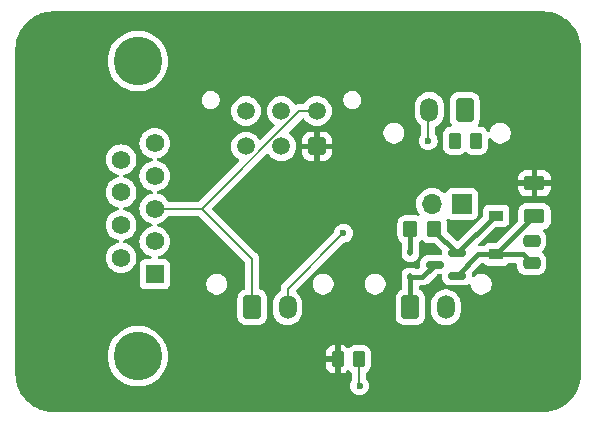
<source format=gbl>
%TF.GenerationSoftware,KiCad,Pcbnew,8.0.5*%
%TF.CreationDate,2024-11-19T02:46:13-06:00*%
%TF.ProjectId,Controls-MotorControllerBreakout,436f6e74-726f-46c7-932d-4d6f746f7243,rev?*%
%TF.SameCoordinates,Original*%
%TF.FileFunction,Copper,L2,Bot*%
%TF.FilePolarity,Positive*%
%FSLAX46Y46*%
G04 Gerber Fmt 4.6, Leading zero omitted, Abs format (unit mm)*
G04 Created by KiCad (PCBNEW 8.0.5) date 2024-11-19 02:46:13*
%MOMM*%
%LPD*%
G01*
G04 APERTURE LIST*
G04 Aperture macros list*
%AMRoundRect*
0 Rectangle with rounded corners*
0 $1 Rounding radius*
0 $2 $3 $4 $5 $6 $7 $8 $9 X,Y pos of 4 corners*
0 Add a 4 corners polygon primitive as box body*
4,1,4,$2,$3,$4,$5,$6,$7,$8,$9,$2,$3,0*
0 Add four circle primitives for the rounded corners*
1,1,$1+$1,$2,$3*
1,1,$1+$1,$4,$5*
1,1,$1+$1,$6,$7*
1,1,$1+$1,$8,$9*
0 Add four rect primitives between the rounded corners*
20,1,$1+$1,$2,$3,$4,$5,0*
20,1,$1+$1,$4,$5,$6,$7,0*
20,1,$1+$1,$6,$7,$8,$9,0*
20,1,$1+$1,$8,$9,$2,$3,0*%
G04 Aperture macros list end*
%TA.AperFunction,SMDPad,CuDef*%
%ADD10R,1.220000X0.910000*%
%TD*%
%TA.AperFunction,SMDPad,CuDef*%
%ADD11RoundRect,0.250000X-0.350000X-0.450000X0.350000X-0.450000X0.350000X0.450000X-0.350000X0.450000X0*%
%TD*%
%TA.AperFunction,SMDPad,CuDef*%
%ADD12RoundRect,0.150000X0.587500X0.150000X-0.587500X0.150000X-0.587500X-0.150000X0.587500X-0.150000X0*%
%TD*%
%TA.AperFunction,SMDPad,CuDef*%
%ADD13RoundRect,0.112500X-0.112500X0.187500X-0.112500X-0.187500X0.112500X-0.187500X0.112500X0.187500X0*%
%TD*%
%TA.AperFunction,SMDPad,CuDef*%
%ADD14RoundRect,0.250000X0.475000X-0.250000X0.475000X0.250000X-0.475000X0.250000X-0.475000X-0.250000X0*%
%TD*%
%TA.AperFunction,ComponentPad*%
%ADD15R,1.700000X1.700000*%
%TD*%
%TA.AperFunction,ComponentPad*%
%ADD16O,1.700000X1.700000*%
%TD*%
%TA.AperFunction,ComponentPad*%
%ADD17O,1.500000X2.020000*%
%TD*%
%TA.AperFunction,ComponentPad*%
%ADD18RoundRect,0.250001X-0.499999X-0.759999X0.499999X-0.759999X0.499999X0.759999X-0.499999X0.759999X0*%
%TD*%
%TA.AperFunction,ComponentPad*%
%ADD19RoundRect,0.250001X0.499999X0.759999X-0.499999X0.759999X-0.499999X-0.759999X0.499999X-0.759999X0*%
%TD*%
%TA.AperFunction,SMDPad,CuDef*%
%ADD20RoundRect,0.250000X0.262500X0.450000X-0.262500X0.450000X-0.262500X-0.450000X0.262500X-0.450000X0*%
%TD*%
%TA.AperFunction,SMDPad,CuDef*%
%ADD21RoundRect,0.250000X0.625000X-0.375000X0.625000X0.375000X-0.625000X0.375000X-0.625000X-0.375000X0*%
%TD*%
%TA.AperFunction,ComponentPad*%
%ADD22C,1.575000*%
%TD*%
%TA.AperFunction,ComponentPad*%
%ADD23R,1.575000X1.575000*%
%TD*%
%TA.AperFunction,ComponentPad*%
%ADD24C,4.116000*%
%TD*%
%TA.AperFunction,ComponentPad*%
%ADD25C,1.500000*%
%TD*%
%TA.AperFunction,ComponentPad*%
%ADD26RoundRect,0.250001X0.499999X0.499999X-0.499999X0.499999X-0.499999X-0.499999X0.499999X-0.499999X0*%
%TD*%
%TA.AperFunction,SMDPad,CuDef*%
%ADD27RoundRect,0.250000X-0.262500X-0.450000X0.262500X-0.450000X0.262500X0.450000X-0.262500X0.450000X0*%
%TD*%
%TA.AperFunction,ViaPad*%
%ADD28C,0.600000*%
%TD*%
%TA.AperFunction,Conductor*%
%ADD29C,0.200000*%
%TD*%
%TA.AperFunction,Conductor*%
%ADD30C,0.400000*%
%TD*%
G04 APERTURE END LIST*
D10*
%TO.P,Z1,1,K*%
%TO.N,Net-(Q1-S)*%
X145250000Y-55885000D03*
%TO.P,Z1,2,A*%
%TO.N,Net-(Q1-G)*%
X145250000Y-52615000D03*
%TD*%
D11*
%TO.P,R3,1*%
%TO.N,GND*%
X138000000Y-53750000D03*
%TO.P,R3,2*%
%TO.N,Net-(Q1-G)*%
X140000000Y-53750000D03*
%TD*%
D12*
%TO.P,Q1,1,G*%
%TO.N,Net-(Q1-G)*%
X141937500Y-55800000D03*
%TO.P,Q1,2,S*%
%TO.N,Net-(Q1-S)*%
X141937500Y-57700000D03*
%TO.P,Q1,3,D*%
%TO.N,/EXT_PWR*%
X140062500Y-56750000D03*
%TD*%
D13*
%TO.P,D2,2,A2*%
%TO.N,/EXT_PWR*%
X138000000Y-57800000D03*
%TO.P,D2,1,A1*%
%TO.N,GND*%
X138000000Y-55700000D03*
%TD*%
D14*
%TO.P,C1,1*%
%TO.N,Net-(Q1-S)*%
X148250000Y-56615000D03*
%TO.P,C1,2*%
%TO.N,GND*%
X148250000Y-54715000D03*
%TD*%
D15*
%TO.P,JP1,1,A*%
%TO.N,Net-(JP1-A)*%
X142375000Y-51600000D03*
D16*
%TO.P,JP1,2,B*%
%TO.N,/CAN_L*%
X139835000Y-51600000D03*
%TD*%
D17*
%TO.P,J3,2,Pin_2*%
%TO.N,/CAN_L*%
X127600000Y-60360000D03*
D18*
%TO.P,J3,1,Pin_1*%
%TO.N,/CAN_H*%
X124600000Y-60360000D03*
%TD*%
D17*
%TO.P,J2,2,Pin_2*%
%TO.N,/CAN_L*%
X139600000Y-43640000D03*
D19*
%TO.P,J2,1,Pin_1*%
%TO.N,/CAN_H*%
X142600000Y-43640000D03*
%TD*%
D17*
%TO.P,J4,2,Pin_2*%
%TO.N,GND*%
X141000000Y-60360000D03*
D18*
%TO.P,J4,1,Pin_1*%
%TO.N,/EXT_PWR*%
X138000000Y-60360000D03*
%TD*%
D20*
%TO.P,R1,1*%
%TO.N,Net-(JP1-A)*%
X143575000Y-46250000D03*
%TO.P,R1,2*%
%TO.N,/CAN_H*%
X141750000Y-46250000D03*
%TD*%
D21*
%TO.P,F1,1*%
%TO.N,Net-(Q1-S)*%
X148500000Y-52650000D03*
%TO.P,F1,2*%
%TO.N,+12V*%
X148500000Y-49850000D03*
%TD*%
D22*
%TO.P,J5,9,9*%
%TO.N,unconnected-(J5-Pad9)*%
X113507500Y-47850000D03*
%TO.P,J5,8,8*%
%TO.N,unconnected-(J5-Pad8)*%
X113507500Y-50620000D03*
%TO.P,J5,7,7*%
%TO.N,unconnected-(J5-Pad7)*%
X113507500Y-53390000D03*
%TO.P,J5,6,6*%
%TO.N,unconnected-(J5-Pad6)*%
X113507500Y-56160000D03*
%TO.P,J5,5,5*%
%TO.N,/CAN_L*%
X116347500Y-46465000D03*
%TO.P,J5,4,4*%
%TO.N,unconnected-(J5-Pad4)*%
X116347500Y-49235000D03*
%TO.P,J5,3,3*%
%TO.N,/CAN_H*%
X116347500Y-52005000D03*
%TO.P,J5,2,2*%
%TO.N,unconnected-(J5-Pad2)*%
X116347500Y-54775000D03*
D23*
%TO.P,J5,1,1*%
%TO.N,unconnected-(J5-Pad1)*%
X116347500Y-57545000D03*
D24*
%TO.P,J5,S1*%
%TO.N,N/C*%
X114927500Y-39510000D03*
%TO.P,J5,S2*%
X114927500Y-64500000D03*
%TD*%
D25*
%TO.P,J1,6,Pin_6*%
%TO.N,unconnected-(J1-Pin_6-Pad6)*%
X124080000Y-43740000D03*
%TO.P,J1,5,Pin_5*%
%TO.N,/CAN_L*%
X127080000Y-43740000D03*
%TO.P,J1,4,Pin_4*%
%TO.N,/CAN_H*%
X130080000Y-43740000D03*
%TO.P,J1,3,Pin_3*%
%TO.N,unconnected-(J1-Pin_3-Pad3)*%
X124080000Y-46740000D03*
%TO.P,J1,2,Pin_2*%
%TO.N,GND*%
X127080000Y-46740000D03*
D26*
%TO.P,J1,1,Pin_1*%
%TO.N,+12V*%
X130080000Y-46740000D03*
%TD*%
D27*
%TO.P,R2,1*%
%TO.N,+12V*%
X131837500Y-64750000D03*
%TO.P,R2,2*%
%TO.N,Net-(D1-A)*%
X133662500Y-64750000D03*
%TD*%
D28*
%TO.N,Net-(JP1-A)*%
X143575000Y-46250000D03*
%TO.N,/CAN_H*%
X141750000Y-46250000D03*
%TO.N,GND*%
X138000000Y-53750000D03*
X148250000Y-54715000D03*
%TO.N,/CAN_L*%
X139500000Y-46250000D03*
X132325000Y-54075000D03*
%TO.N,Net-(D1-A)*%
X133687500Y-67000000D03*
%TD*%
D29*
%TO.N,Net-(D1-A)*%
X133662500Y-66787500D02*
X133662500Y-64750000D01*
X133687500Y-67000000D02*
X133687500Y-66812500D01*
X133687500Y-66812500D02*
X133662500Y-66787500D01*
%TO.N,/CAN_H*%
X120330075Y-52005000D02*
X116347500Y-52005000D01*
D30*
%TO.N,Net-(Q1-S)*%
X148485000Y-52650000D02*
X148500000Y-52650000D01*
X145250000Y-55885000D02*
X148485000Y-52650000D01*
D29*
%TO.N,/CAN_L*%
X132325000Y-54075000D02*
X127600000Y-58800000D01*
X127600000Y-58800000D02*
X127600000Y-60360000D01*
D30*
%TO.N,Net-(Q1-G)*%
X145122500Y-52615000D02*
X145250000Y-52615000D01*
X141937500Y-55800000D02*
X145122500Y-52615000D01*
%TO.N,Net-(Q1-S)*%
X147520000Y-55885000D02*
X148250000Y-56615000D01*
X145250000Y-55885000D02*
X147520000Y-55885000D01*
X143752500Y-55885000D02*
X145250000Y-55885000D01*
X141937500Y-57700000D02*
X143752500Y-55885000D01*
%TO.N,Net-(Q1-G)*%
X140000000Y-53862500D02*
X141937500Y-55800000D01*
X140000000Y-53750000D02*
X140000000Y-53862500D01*
%TO.N,/EXT_PWR*%
X139012500Y-57800000D02*
X140062500Y-56750000D01*
X138000000Y-57800000D02*
X139012500Y-57800000D01*
X138000000Y-57800000D02*
X138000000Y-60360000D01*
%TO.N,GND*%
X138000000Y-55700000D02*
X138000000Y-53750000D01*
D29*
%TO.N,/CAN_L*%
X139500000Y-46250000D02*
X139500000Y-43740000D01*
X139500000Y-43740000D02*
X139600000Y-43640000D01*
%TO.N,/CAN_H*%
X124600000Y-56274925D02*
X124600000Y-60360000D01*
X120330075Y-52005000D02*
X124600000Y-56274925D01*
X120330075Y-52005000D02*
X128595075Y-43740000D01*
X130080000Y-43740000D02*
X128595075Y-43740000D01*
%TO.N,Net-(D1-A)*%
X133642500Y-67045000D02*
X133687500Y-67000000D01*
%TD*%
%TA.AperFunction,Conductor*%
%TO.N,+12V*%
G36*
X149253243Y-35300669D02*
G01*
X149577952Y-35317687D01*
X149590860Y-35319044D01*
X149908794Y-35369400D01*
X149921478Y-35372095D01*
X150232429Y-35455414D01*
X150244770Y-35459425D01*
X150545282Y-35574780D01*
X150557138Y-35580058D01*
X150843976Y-35726210D01*
X150855192Y-35732686D01*
X151125165Y-35908008D01*
X151135666Y-35915637D01*
X151385836Y-36118221D01*
X151395481Y-36126906D01*
X151623093Y-36354518D01*
X151631778Y-36364163D01*
X151834362Y-36614333D01*
X151841991Y-36624834D01*
X152017310Y-36894802D01*
X152023792Y-36906029D01*
X152067519Y-36991847D01*
X152169940Y-37192859D01*
X152175219Y-37204717D01*
X152290574Y-37505229D01*
X152294585Y-37517572D01*
X152377902Y-37828515D01*
X152380600Y-37841211D01*
X152430955Y-38159139D01*
X152432312Y-38172047D01*
X152449330Y-38496756D01*
X152449500Y-38503246D01*
X152449500Y-65996753D01*
X152449330Y-66003243D01*
X152432312Y-66327952D01*
X152430955Y-66340860D01*
X152380600Y-66658788D01*
X152377902Y-66671484D01*
X152294585Y-66982427D01*
X152290574Y-66994770D01*
X152175219Y-67295282D01*
X152169940Y-67307140D01*
X152023796Y-67593964D01*
X152017306Y-67605204D01*
X151841991Y-67875165D01*
X151834362Y-67885666D01*
X151631778Y-68135836D01*
X151623093Y-68145481D01*
X151395481Y-68373093D01*
X151385836Y-68381778D01*
X151135666Y-68584362D01*
X151125165Y-68591991D01*
X150855204Y-68767306D01*
X150843964Y-68773796D01*
X150557140Y-68919940D01*
X150545282Y-68925219D01*
X150244770Y-69040574D01*
X150232427Y-69044585D01*
X149921484Y-69127902D01*
X149908788Y-69130600D01*
X149590860Y-69180955D01*
X149577952Y-69182312D01*
X149253244Y-69199330D01*
X149246754Y-69199500D01*
X107753246Y-69199500D01*
X107746756Y-69199330D01*
X107422047Y-69182312D01*
X107409139Y-69180955D01*
X107091211Y-69130600D01*
X107078515Y-69127902D01*
X106767572Y-69044585D01*
X106755229Y-69040574D01*
X106454717Y-68925219D01*
X106442859Y-68919940D01*
X106245501Y-68819381D01*
X106156029Y-68773792D01*
X106144802Y-68767310D01*
X105874834Y-68591991D01*
X105864333Y-68584362D01*
X105614163Y-68381778D01*
X105604518Y-68373093D01*
X105376906Y-68145481D01*
X105368221Y-68135836D01*
X105165637Y-67885666D01*
X105158008Y-67875165D01*
X105061002Y-67725789D01*
X104982686Y-67605192D01*
X104976210Y-67593976D01*
X104830058Y-67307138D01*
X104824780Y-67295282D01*
X104780239Y-67179249D01*
X104709424Y-66994769D01*
X104705414Y-66982427D01*
X104662093Y-66820750D01*
X104622095Y-66671478D01*
X104619399Y-66658788D01*
X104569044Y-66340860D01*
X104567687Y-66327952D01*
X104550670Y-66003243D01*
X104550500Y-65996753D01*
X104550500Y-64499994D01*
X112363941Y-64499994D01*
X112363941Y-64500000D01*
X112384153Y-64821291D01*
X112384155Y-64821299D01*
X112444480Y-65137531D01*
X112497808Y-65301659D01*
X112543963Y-65443710D01*
X112543965Y-65443715D01*
X112681034Y-65735000D01*
X112681037Y-65735006D01*
X112853533Y-66006817D01*
X112853536Y-66006821D01*
X112853537Y-66006822D01*
X113058746Y-66254877D01*
X113232900Y-66418418D01*
X113293424Y-66475254D01*
X113293434Y-66475262D01*
X113553864Y-66664476D01*
X113553869Y-66664478D01*
X113553876Y-66664484D01*
X113835990Y-66819578D01*
X113835992Y-66819579D01*
X113835995Y-66819580D01*
X114135317Y-66938089D01*
X114447137Y-67018151D01*
X114514141Y-67026615D01*
X114766521Y-67058499D01*
X114766530Y-67058499D01*
X114766533Y-67058500D01*
X114766535Y-67058500D01*
X115088465Y-67058500D01*
X115088467Y-67058500D01*
X115088470Y-67058499D01*
X115088478Y-67058499D01*
X115279062Y-67034422D01*
X115407863Y-67018151D01*
X115719683Y-66938089D01*
X116019010Y-66819578D01*
X116301124Y-66664484D01*
X116561574Y-66475256D01*
X116796254Y-66254877D01*
X117001463Y-66006822D01*
X117173964Y-65735004D01*
X117311037Y-65443709D01*
X117373981Y-65249986D01*
X130825001Y-65249986D01*
X130835494Y-65352697D01*
X130890641Y-65519119D01*
X130890643Y-65519124D01*
X130982684Y-65668345D01*
X131106654Y-65792315D01*
X131255875Y-65884356D01*
X131255880Y-65884358D01*
X131422302Y-65939505D01*
X131422309Y-65939506D01*
X131525019Y-65949999D01*
X131587499Y-65949998D01*
X131587500Y-65949998D01*
X131587500Y-65000000D01*
X130825001Y-65000000D01*
X130825001Y-65249986D01*
X117373981Y-65249986D01*
X117410520Y-65137531D01*
X117470845Y-64821299D01*
X117491059Y-64500000D01*
X117491059Y-64499994D01*
X117475332Y-64250013D01*
X130825000Y-64250013D01*
X130825000Y-64500000D01*
X131587500Y-64500000D01*
X131587500Y-63550000D01*
X132087500Y-63550000D01*
X132087500Y-65949999D01*
X132149972Y-65949999D01*
X132149986Y-65949998D01*
X132252697Y-65939505D01*
X132419119Y-65884358D01*
X132419124Y-65884356D01*
X132568342Y-65792317D01*
X132661964Y-65698695D01*
X132723287Y-65665210D01*
X132792979Y-65670194D01*
X132837327Y-65698695D01*
X132931344Y-65792712D01*
X133003096Y-65836968D01*
X133049821Y-65888915D01*
X133062000Y-65942507D01*
X133062000Y-66455145D01*
X133042994Y-66521117D01*
X132961711Y-66650476D01*
X132902131Y-66820745D01*
X132902130Y-66820750D01*
X132881935Y-66999996D01*
X132881935Y-67000003D01*
X132902130Y-67179249D01*
X132902131Y-67179254D01*
X132961711Y-67349523D01*
X133057684Y-67502262D01*
X133185238Y-67629816D01*
X133337978Y-67725789D01*
X133508245Y-67785368D01*
X133508250Y-67785369D01*
X133687496Y-67805565D01*
X133687500Y-67805565D01*
X133687504Y-67805565D01*
X133866749Y-67785369D01*
X133866752Y-67785368D01*
X133866755Y-67785368D01*
X134037022Y-67725789D01*
X134189762Y-67629816D01*
X134317316Y-67502262D01*
X134413289Y-67349522D01*
X134472868Y-67179255D01*
X134493065Y-67000000D01*
X134486089Y-66938089D01*
X134472869Y-66820750D01*
X134472868Y-66820745D01*
X134418190Y-66664484D01*
X134413289Y-66650478D01*
X134317316Y-66497738D01*
X134299319Y-66479741D01*
X134265834Y-66418418D01*
X134263000Y-66392060D01*
X134263000Y-65942507D01*
X134282685Y-65875468D01*
X134321903Y-65836968D01*
X134393656Y-65792712D01*
X134517712Y-65668656D01*
X134609814Y-65519334D01*
X134664999Y-65352797D01*
X134675500Y-65250009D01*
X134675499Y-64249992D01*
X134664999Y-64147203D01*
X134609814Y-63980666D01*
X134517712Y-63831344D01*
X134393656Y-63707288D01*
X134244334Y-63615186D01*
X134077797Y-63560001D01*
X134077795Y-63560000D01*
X133975010Y-63549500D01*
X133349998Y-63549500D01*
X133349980Y-63549501D01*
X133247203Y-63560000D01*
X133247200Y-63560001D01*
X133080668Y-63615185D01*
X133080663Y-63615187D01*
X132931345Y-63707287D01*
X132837327Y-63801305D01*
X132776003Y-63834789D01*
X132706312Y-63829805D01*
X132661965Y-63801304D01*
X132568345Y-63707684D01*
X132419124Y-63615643D01*
X132419119Y-63615641D01*
X132252697Y-63560494D01*
X132252690Y-63560493D01*
X132149986Y-63550000D01*
X132087500Y-63550000D01*
X131587500Y-63550000D01*
X131587499Y-63549999D01*
X131525028Y-63550000D01*
X131525011Y-63550001D01*
X131422302Y-63560494D01*
X131255880Y-63615641D01*
X131255875Y-63615643D01*
X131106654Y-63707684D01*
X130982684Y-63831654D01*
X130890643Y-63980875D01*
X130890641Y-63980880D01*
X130835494Y-64147302D01*
X130835493Y-64147309D01*
X130825000Y-64250013D01*
X117475332Y-64250013D01*
X117470846Y-64178708D01*
X117470845Y-64178701D01*
X117410520Y-63862469D01*
X117311037Y-63556291D01*
X117307841Y-63549500D01*
X117173965Y-63264999D01*
X117173964Y-63264996D01*
X117001463Y-62993178D01*
X116796254Y-62745123D01*
X116561574Y-62524744D01*
X116561571Y-62524742D01*
X116561565Y-62524737D01*
X116301135Y-62335523D01*
X116301128Y-62335518D01*
X116301124Y-62335516D01*
X116128888Y-62240828D01*
X116019007Y-62180420D01*
X116019001Y-62180418D01*
X115719687Y-62061912D01*
X115689988Y-62054286D01*
X115407863Y-61981849D01*
X115407860Y-61981848D01*
X115407853Y-61981847D01*
X115088478Y-61941500D01*
X115088467Y-61941500D01*
X114766533Y-61941500D01*
X114766521Y-61941500D01*
X114447146Y-61981847D01*
X114447137Y-61981849D01*
X114135312Y-62061912D01*
X113835998Y-62180418D01*
X113835992Y-62180420D01*
X113553876Y-62335516D01*
X113553864Y-62335523D01*
X113293434Y-62524737D01*
X113293424Y-62524745D01*
X113058748Y-62745121D01*
X112853533Y-62993182D01*
X112681037Y-63264993D01*
X112681034Y-63264999D01*
X112543965Y-63556284D01*
X112543963Y-63556289D01*
X112464354Y-63801304D01*
X112444480Y-63862469D01*
X112421933Y-63980663D01*
X112384153Y-64178708D01*
X112363941Y-64499994D01*
X104550500Y-64499994D01*
X104550500Y-47849997D01*
X112214580Y-47849997D01*
X112214580Y-47850002D01*
X112234221Y-48074507D01*
X112234222Y-48074514D01*
X112292551Y-48292200D01*
X112292555Y-48292211D01*
X112387796Y-48496456D01*
X112387802Y-48496466D01*
X112517066Y-48681073D01*
X112676427Y-48840434D01*
X112861040Y-48969702D01*
X112948515Y-49010492D01*
X113065288Y-49064944D01*
X113065290Y-49064944D01*
X113065295Y-49064947D01*
X113252934Y-49115225D01*
X113312594Y-49151590D01*
X113343123Y-49214437D01*
X113334828Y-49283813D01*
X113290343Y-49337691D01*
X113252935Y-49354774D01*
X113214451Y-49365086D01*
X113065299Y-49405051D01*
X113065288Y-49405055D01*
X112861043Y-49500296D01*
X112861033Y-49500302D01*
X112676426Y-49629566D01*
X112517066Y-49788926D01*
X112387802Y-49973533D01*
X112387796Y-49973543D01*
X112292555Y-50177788D01*
X112292551Y-50177799D01*
X112234222Y-50395485D01*
X112234221Y-50395492D01*
X112214580Y-50619997D01*
X112214580Y-50620002D01*
X112234221Y-50844507D01*
X112234222Y-50844514D01*
X112292551Y-51062200D01*
X112292555Y-51062211D01*
X112387796Y-51266456D01*
X112387802Y-51266466D01*
X112456507Y-51364586D01*
X112517066Y-51451073D01*
X112676427Y-51610434D01*
X112861040Y-51739702D01*
X112948515Y-51780492D01*
X113065288Y-51834944D01*
X113065290Y-51834944D01*
X113065295Y-51834947D01*
X113252934Y-51885225D01*
X113312594Y-51921590D01*
X113343123Y-51984437D01*
X113334828Y-52053813D01*
X113290343Y-52107691D01*
X113252935Y-52124774D01*
X113214451Y-52135086D01*
X113065299Y-52175051D01*
X113065288Y-52175055D01*
X112861043Y-52270296D01*
X112861033Y-52270302D01*
X112676426Y-52399566D01*
X112517066Y-52558926D01*
X112387802Y-52743533D01*
X112387796Y-52743543D01*
X112292555Y-52947788D01*
X112292551Y-52947799D01*
X112234222Y-53165485D01*
X112234221Y-53165492D01*
X112214580Y-53389997D01*
X112214580Y-53390002D01*
X112234221Y-53614507D01*
X112234222Y-53614514D01*
X112292551Y-53832200D01*
X112292555Y-53832211D01*
X112387796Y-54036456D01*
X112387802Y-54036466D01*
X112464263Y-54145663D01*
X112517066Y-54221073D01*
X112676427Y-54380434D01*
X112861040Y-54509702D01*
X112948515Y-54550492D01*
X113065288Y-54604944D01*
X113065290Y-54604944D01*
X113065295Y-54604947D01*
X113252934Y-54655225D01*
X113312594Y-54691590D01*
X113343123Y-54754437D01*
X113334828Y-54823813D01*
X113290343Y-54877691D01*
X113252935Y-54894774D01*
X113214451Y-54905086D01*
X113065299Y-54945051D01*
X113065288Y-54945055D01*
X112861043Y-55040296D01*
X112861033Y-55040302D01*
X112676426Y-55169566D01*
X112517066Y-55328926D01*
X112387802Y-55513533D01*
X112387796Y-55513543D01*
X112292555Y-55717788D01*
X112292551Y-55717799D01*
X112234222Y-55935485D01*
X112234221Y-55935492D01*
X112214580Y-56159997D01*
X112214580Y-56160002D01*
X112234221Y-56384507D01*
X112234222Y-56384514D01*
X112292551Y-56602200D01*
X112292555Y-56602211D01*
X112387796Y-56806456D01*
X112387802Y-56806466D01*
X112411632Y-56840498D01*
X112517066Y-56991073D01*
X112676427Y-57150434D01*
X112861040Y-57279702D01*
X112976746Y-57333656D01*
X113065288Y-57374944D01*
X113065290Y-57374944D01*
X113065295Y-57374947D01*
X113282987Y-57433278D01*
X113443353Y-57447308D01*
X113507498Y-57452920D01*
X113507500Y-57452920D01*
X113507502Y-57452920D01*
X113563628Y-57448009D01*
X113732013Y-57433278D01*
X113949705Y-57374947D01*
X114153960Y-57279702D01*
X114338573Y-57150434D01*
X114497934Y-56991073D01*
X114627202Y-56806460D01*
X114722447Y-56602205D01*
X114780778Y-56384513D01*
X114800420Y-56160000D01*
X114780778Y-55935487D01*
X114722447Y-55717795D01*
X114697828Y-55665000D01*
X114684503Y-55636424D01*
X114627202Y-55513540D01*
X114497934Y-55328927D01*
X114338573Y-55169566D01*
X114199892Y-55072460D01*
X114153966Y-55040302D01*
X114153963Y-55040300D01*
X114153960Y-55040298D01*
X114153956Y-55040296D01*
X113949711Y-54945055D01*
X113949700Y-54945051D01*
X113843605Y-54916623D01*
X113762063Y-54894774D01*
X113702405Y-54858410D01*
X113671876Y-54795563D01*
X113680171Y-54726187D01*
X113724656Y-54672310D01*
X113762062Y-54655226D01*
X113949705Y-54604947D01*
X114153960Y-54509702D01*
X114338573Y-54380434D01*
X114497934Y-54221073D01*
X114627202Y-54036460D01*
X114722447Y-53832205D01*
X114780778Y-53614513D01*
X114795592Y-53445184D01*
X114800420Y-53390002D01*
X114800420Y-53389997D01*
X114789872Y-53269435D01*
X114780778Y-53165487D01*
X114722447Y-52947795D01*
X114697267Y-52893797D01*
X114672149Y-52839930D01*
X114627202Y-52743540D01*
X114497934Y-52558927D01*
X114338573Y-52399566D01*
X114153966Y-52270302D01*
X114153963Y-52270300D01*
X114153960Y-52270298D01*
X114153956Y-52270296D01*
X113949711Y-52175055D01*
X113949700Y-52175051D01*
X113843605Y-52146623D01*
X113762063Y-52124774D01*
X113702405Y-52088410D01*
X113671876Y-52025563D01*
X113680171Y-51956187D01*
X113724656Y-51902310D01*
X113762062Y-51885226D01*
X113949705Y-51834947D01*
X114153960Y-51739702D01*
X114338573Y-51610434D01*
X114497934Y-51451073D01*
X114627202Y-51266460D01*
X114722447Y-51062205D01*
X114780778Y-50844513D01*
X114795509Y-50676128D01*
X114800420Y-50620002D01*
X114800420Y-50619997D01*
X114789941Y-50500225D01*
X114780778Y-50395487D01*
X114722447Y-50177795D01*
X114627202Y-49973540D01*
X114497934Y-49788927D01*
X114338573Y-49629566D01*
X114153960Y-49500298D01*
X114153956Y-49500296D01*
X113949711Y-49405055D01*
X113949700Y-49405051D01*
X113843605Y-49376623D01*
X113762063Y-49354774D01*
X113702405Y-49318410D01*
X113671876Y-49255563D01*
X113680171Y-49186187D01*
X113724656Y-49132310D01*
X113762062Y-49115226D01*
X113949705Y-49064947D01*
X114153960Y-48969702D01*
X114338573Y-48840434D01*
X114497934Y-48681073D01*
X114627202Y-48496460D01*
X114722447Y-48292205D01*
X114780778Y-48074513D01*
X114795509Y-47906128D01*
X114800420Y-47850002D01*
X114800420Y-47849997D01*
X114787436Y-47701593D01*
X114780778Y-47625487D01*
X114722447Y-47407795D01*
X114627202Y-47203540D01*
X114497934Y-47018927D01*
X114338573Y-46859566D01*
X114185328Y-46752262D01*
X114153966Y-46730302D01*
X114153963Y-46730300D01*
X114153960Y-46730298D01*
X114153956Y-46730296D01*
X113949711Y-46635055D01*
X113949700Y-46635051D01*
X113732014Y-46576722D01*
X113732007Y-46576721D01*
X113507502Y-46557080D01*
X113507498Y-46557080D01*
X113282992Y-46576721D01*
X113282985Y-46576722D01*
X113065299Y-46635051D01*
X113065288Y-46635055D01*
X112861043Y-46730296D01*
X112861033Y-46730302D01*
X112676426Y-46859566D01*
X112517066Y-47018926D01*
X112387802Y-47203533D01*
X112387796Y-47203543D01*
X112292555Y-47407788D01*
X112292551Y-47407799D01*
X112234222Y-47625485D01*
X112234221Y-47625492D01*
X112214580Y-47849997D01*
X104550500Y-47849997D01*
X104550500Y-46464997D01*
X115054580Y-46464997D01*
X115054580Y-46465002D01*
X115074221Y-46689507D01*
X115074222Y-46689514D01*
X115132551Y-46907200D01*
X115132555Y-46907211D01*
X115227796Y-47111456D01*
X115227802Y-47111466D01*
X115300469Y-47215245D01*
X115357066Y-47296073D01*
X115516427Y-47455434D01*
X115701040Y-47584702D01*
X115788515Y-47625492D01*
X115905288Y-47679944D01*
X115905290Y-47679944D01*
X115905295Y-47679947D01*
X116092934Y-47730225D01*
X116152594Y-47766590D01*
X116183123Y-47829437D01*
X116174828Y-47898813D01*
X116130343Y-47952691D01*
X116092935Y-47969774D01*
X116068933Y-47976206D01*
X115905299Y-48020051D01*
X115905288Y-48020055D01*
X115701043Y-48115296D01*
X115701033Y-48115302D01*
X115516426Y-48244566D01*
X115357066Y-48403926D01*
X115227802Y-48588533D01*
X115227796Y-48588543D01*
X115132555Y-48792788D01*
X115132551Y-48792799D01*
X115074222Y-49010485D01*
X115074221Y-49010492D01*
X115054580Y-49234997D01*
X115054580Y-49235002D01*
X115074221Y-49459507D01*
X115074222Y-49459514D01*
X115132551Y-49677200D01*
X115132555Y-49677211D01*
X115227796Y-49881456D01*
X115227802Y-49881466D01*
X115357066Y-50066073D01*
X115516427Y-50225434D01*
X115701040Y-50354702D01*
X115788515Y-50395492D01*
X115905288Y-50449944D01*
X115905290Y-50449944D01*
X115905295Y-50449947D01*
X116092934Y-50500225D01*
X116152594Y-50536590D01*
X116183123Y-50599437D01*
X116174828Y-50668813D01*
X116130343Y-50722691D01*
X116092935Y-50739774D01*
X116054451Y-50750086D01*
X115905299Y-50790051D01*
X115905288Y-50790055D01*
X115701043Y-50885296D01*
X115701033Y-50885302D01*
X115516426Y-51014566D01*
X115357066Y-51173926D01*
X115227802Y-51358533D01*
X115227796Y-51358543D01*
X115132555Y-51562788D01*
X115132551Y-51562799D01*
X115074222Y-51780485D01*
X115074221Y-51780492D01*
X115054580Y-52004997D01*
X115054580Y-52005002D01*
X115074221Y-52229507D01*
X115074222Y-52229514D01*
X115132551Y-52447200D01*
X115132555Y-52447211D01*
X115227796Y-52651456D01*
X115227802Y-52651466D01*
X115301349Y-52756501D01*
X115357066Y-52836073D01*
X115516427Y-52995434D01*
X115701040Y-53124702D01*
X115788515Y-53165492D01*
X115905288Y-53219944D01*
X115905290Y-53219944D01*
X115905295Y-53219947D01*
X116092934Y-53270225D01*
X116152594Y-53306590D01*
X116183123Y-53369437D01*
X116174828Y-53438813D01*
X116130343Y-53492691D01*
X116092935Y-53509774D01*
X116077938Y-53513793D01*
X115905299Y-53560051D01*
X115905288Y-53560055D01*
X115701043Y-53655296D01*
X115701033Y-53655302D01*
X115516426Y-53784566D01*
X115357066Y-53943926D01*
X115227802Y-54128533D01*
X115227796Y-54128543D01*
X115132555Y-54332788D01*
X115132551Y-54332799D01*
X115074222Y-54550485D01*
X115074221Y-54550492D01*
X115054580Y-54774997D01*
X115054580Y-54775002D01*
X115074221Y-54999507D01*
X115074222Y-54999514D01*
X115132551Y-55217200D01*
X115132555Y-55217211D01*
X115227796Y-55421456D01*
X115227802Y-55421466D01*
X115342695Y-55585549D01*
X115357066Y-55606073D01*
X115516427Y-55765434D01*
X115701040Y-55894702D01*
X115788515Y-55935492D01*
X115905288Y-55989944D01*
X115905290Y-55989944D01*
X115905295Y-55989947D01*
X115992170Y-56013225D01*
X116051831Y-56049590D01*
X116082360Y-56112437D01*
X116074066Y-56181812D01*
X116029580Y-56235690D01*
X115963028Y-56256965D01*
X115960077Y-56257000D01*
X115512129Y-56257000D01*
X115512123Y-56257001D01*
X115452516Y-56263408D01*
X115317671Y-56313702D01*
X115317664Y-56313706D01*
X115202455Y-56399952D01*
X115202452Y-56399955D01*
X115116206Y-56515164D01*
X115116202Y-56515171D01*
X115065908Y-56650017D01*
X115059514Y-56709499D01*
X115059501Y-56709623D01*
X115059500Y-56709635D01*
X115059500Y-58380370D01*
X115059501Y-58380376D01*
X115065908Y-58439983D01*
X115116202Y-58574828D01*
X115116206Y-58574835D01*
X115202452Y-58690044D01*
X115202455Y-58690047D01*
X115317664Y-58776293D01*
X115317671Y-58776297D01*
X115452517Y-58826591D01*
X115452516Y-58826591D01*
X115459444Y-58827335D01*
X115512127Y-58833000D01*
X117182872Y-58832999D01*
X117242483Y-58826591D01*
X117377331Y-58776296D01*
X117492546Y-58690046D01*
X117578796Y-58574831D01*
X117629091Y-58439983D01*
X117635500Y-58380373D01*
X117635500Y-58312387D01*
X120710500Y-58312387D01*
X120710500Y-58487612D01*
X120744681Y-58659450D01*
X120744684Y-58659462D01*
X120811731Y-58821329D01*
X120811738Y-58821342D01*
X120909079Y-58967022D01*
X120909082Y-58967026D01*
X121032973Y-59090917D01*
X121032977Y-59090920D01*
X121178657Y-59188261D01*
X121178670Y-59188268D01*
X121340537Y-59255315D01*
X121340542Y-59255317D01*
X121491534Y-59285351D01*
X121512387Y-59289499D01*
X121512391Y-59289500D01*
X121512392Y-59289500D01*
X121687609Y-59289500D01*
X121687610Y-59289499D01*
X121859458Y-59255317D01*
X122021336Y-59188265D01*
X122167023Y-59090920D01*
X122290920Y-58967023D01*
X122388265Y-58821336D01*
X122455317Y-58659458D01*
X122489500Y-58487608D01*
X122489500Y-58312392D01*
X122455317Y-58140542D01*
X122417571Y-58049415D01*
X122388268Y-57978670D01*
X122388261Y-57978657D01*
X122290920Y-57832977D01*
X122290917Y-57832973D01*
X122167026Y-57709082D01*
X122167022Y-57709079D01*
X122021342Y-57611738D01*
X122021329Y-57611731D01*
X121859462Y-57544684D01*
X121859450Y-57544681D01*
X121687612Y-57510500D01*
X121687608Y-57510500D01*
X121512392Y-57510500D01*
X121512387Y-57510500D01*
X121340549Y-57544681D01*
X121340537Y-57544684D01*
X121178670Y-57611731D01*
X121178657Y-57611738D01*
X121032977Y-57709079D01*
X121032973Y-57709082D01*
X120909082Y-57832973D01*
X120909079Y-57832977D01*
X120811738Y-57978657D01*
X120811731Y-57978670D01*
X120744684Y-58140537D01*
X120744681Y-58140549D01*
X120710500Y-58312387D01*
X117635500Y-58312387D01*
X117635499Y-56709628D01*
X117629091Y-56650017D01*
X117617964Y-56620185D01*
X117578797Y-56515171D01*
X117578793Y-56515164D01*
X117492547Y-56399955D01*
X117492544Y-56399952D01*
X117377335Y-56313706D01*
X117377328Y-56313702D01*
X117242482Y-56263408D01*
X117242483Y-56263408D01*
X117182883Y-56257001D01*
X117182881Y-56257000D01*
X117182873Y-56257000D01*
X117182865Y-56257000D01*
X116734923Y-56257000D01*
X116667884Y-56237315D01*
X116622129Y-56184511D01*
X116612185Y-56115353D01*
X116641210Y-56051797D01*
X116699988Y-56014023D01*
X116702804Y-56013232D01*
X116789705Y-55989947D01*
X116993960Y-55894702D01*
X117178573Y-55765434D01*
X117337934Y-55606073D01*
X117467202Y-55421460D01*
X117562447Y-55217205D01*
X117620778Y-54999513D01*
X117635673Y-54829257D01*
X117640420Y-54775002D01*
X117640420Y-54774997D01*
X117629941Y-54655225D01*
X117620778Y-54550487D01*
X117562447Y-54332795D01*
X117552843Y-54312200D01*
X117523840Y-54250001D01*
X117467202Y-54128540D01*
X117337934Y-53943927D01*
X117178573Y-53784566D01*
X116993960Y-53655298D01*
X116993956Y-53655296D01*
X116789711Y-53560055D01*
X116789700Y-53560051D01*
X116683605Y-53531623D01*
X116602063Y-53509774D01*
X116542405Y-53473410D01*
X116511876Y-53410563D01*
X116520171Y-53341187D01*
X116564656Y-53287310D01*
X116602062Y-53270226D01*
X116789705Y-53219947D01*
X116993960Y-53124702D01*
X117178573Y-52995434D01*
X117337934Y-52836073D01*
X117438586Y-52692328D01*
X117462360Y-52658376D01*
X117516937Y-52614751D01*
X117563934Y-52605500D01*
X120029978Y-52605500D01*
X120097017Y-52625185D01*
X120117659Y-52641819D01*
X123963181Y-56487341D01*
X123996666Y-56548664D01*
X123999500Y-56575022D01*
X123999500Y-58753130D01*
X123979815Y-58820169D01*
X123927011Y-58865924D01*
X123914504Y-58870836D01*
X123780665Y-58915186D01*
X123780662Y-58915187D01*
X123631348Y-59007286D01*
X123631344Y-59007289D01*
X123507289Y-59131344D01*
X123507286Y-59131348D01*
X123415187Y-59280662D01*
X123415186Y-59280664D01*
X123360001Y-59447203D01*
X123360000Y-59447204D01*
X123349500Y-59549984D01*
X123349500Y-61170015D01*
X123360000Y-61272795D01*
X123360001Y-61272797D01*
X123387593Y-61356065D01*
X123415186Y-61439335D01*
X123415187Y-61439337D01*
X123507286Y-61588651D01*
X123507289Y-61588655D01*
X123631344Y-61712710D01*
X123631348Y-61712713D01*
X123780662Y-61804812D01*
X123780664Y-61804813D01*
X123780666Y-61804814D01*
X123947203Y-61859999D01*
X124049992Y-61870500D01*
X124049997Y-61870500D01*
X125150003Y-61870500D01*
X125150008Y-61870500D01*
X125252797Y-61859999D01*
X125419334Y-61804814D01*
X125568655Y-61712711D01*
X125692711Y-61588655D01*
X125784814Y-61439334D01*
X125839999Y-61272797D01*
X125850500Y-61170008D01*
X125850500Y-60001577D01*
X126349500Y-60001577D01*
X126349500Y-60718422D01*
X126380290Y-60912826D01*
X126441117Y-61100029D01*
X126476777Y-61170015D01*
X126530476Y-61275405D01*
X126646172Y-61434646D01*
X126785354Y-61573828D01*
X126944595Y-61689524D01*
X127027455Y-61731743D01*
X127119970Y-61778882D01*
X127119972Y-61778882D01*
X127119975Y-61778884D01*
X127199773Y-61804812D01*
X127307173Y-61839709D01*
X127501578Y-61870500D01*
X127501583Y-61870500D01*
X127698422Y-61870500D01*
X127892826Y-61839709D01*
X128080025Y-61778884D01*
X128255405Y-61689524D01*
X128414646Y-61573828D01*
X128553828Y-61434646D01*
X128669524Y-61275405D01*
X128758884Y-61100025D01*
X128819709Y-60912826D01*
X128850500Y-60718422D01*
X128850500Y-60001577D01*
X128819709Y-59807173D01*
X128758882Y-59619970D01*
X128723222Y-59549984D01*
X136749500Y-59549984D01*
X136749500Y-61170015D01*
X136760000Y-61272795D01*
X136760001Y-61272797D01*
X136787593Y-61356065D01*
X136815186Y-61439335D01*
X136815187Y-61439337D01*
X136907286Y-61588651D01*
X136907289Y-61588655D01*
X137031344Y-61712710D01*
X137031348Y-61712713D01*
X137180662Y-61804812D01*
X137180664Y-61804813D01*
X137180666Y-61804814D01*
X137347203Y-61859999D01*
X137449992Y-61870500D01*
X137449997Y-61870500D01*
X138550003Y-61870500D01*
X138550008Y-61870500D01*
X138652797Y-61859999D01*
X138819334Y-61804814D01*
X138968655Y-61712711D01*
X139092711Y-61588655D01*
X139184814Y-61439334D01*
X139239999Y-61272797D01*
X139250500Y-61170008D01*
X139250500Y-60001577D01*
X139749500Y-60001577D01*
X139749500Y-60718422D01*
X139780290Y-60912826D01*
X139841117Y-61100029D01*
X139876777Y-61170015D01*
X139930476Y-61275405D01*
X140046172Y-61434646D01*
X140185354Y-61573828D01*
X140344595Y-61689524D01*
X140427455Y-61731743D01*
X140519970Y-61778882D01*
X140519972Y-61778882D01*
X140519975Y-61778884D01*
X140599773Y-61804812D01*
X140707173Y-61839709D01*
X140901578Y-61870500D01*
X140901583Y-61870500D01*
X141098422Y-61870500D01*
X141292826Y-61839709D01*
X141480025Y-61778884D01*
X141655405Y-61689524D01*
X141814646Y-61573828D01*
X141953828Y-61434646D01*
X142069524Y-61275405D01*
X142158884Y-61100025D01*
X142219709Y-60912826D01*
X142250500Y-60718422D01*
X142250500Y-60001577D01*
X142219709Y-59807173D01*
X142158882Y-59619970D01*
X142070853Y-59447204D01*
X142069524Y-59444595D01*
X141953828Y-59285354D01*
X141814646Y-59146172D01*
X141655405Y-59030476D01*
X141649998Y-59027721D01*
X141480029Y-58941117D01*
X141292826Y-58880290D01*
X141098422Y-58849500D01*
X141098417Y-58849500D01*
X140901583Y-58849500D01*
X140901578Y-58849500D01*
X140707173Y-58880290D01*
X140519970Y-58941117D01*
X140344594Y-59030476D01*
X140261401Y-59090920D01*
X140185354Y-59146172D01*
X140185352Y-59146174D01*
X140185351Y-59146174D01*
X140046174Y-59285351D01*
X140046174Y-59285352D01*
X140046172Y-59285354D01*
X140043160Y-59289500D01*
X139930476Y-59444594D01*
X139841117Y-59619970D01*
X139780290Y-59807173D01*
X139749500Y-60001577D01*
X139250500Y-60001577D01*
X139250500Y-59549992D01*
X139239999Y-59447203D01*
X139184814Y-59280666D01*
X139169178Y-59255317D01*
X139092713Y-59131348D01*
X139092710Y-59131344D01*
X138968655Y-59007289D01*
X138968651Y-59007286D01*
X138819337Y-58915187D01*
X138810905Y-58912393D01*
X138785494Y-58903972D01*
X138728051Y-58864200D01*
X138701228Y-58799684D01*
X138700500Y-58786267D01*
X138700500Y-58624500D01*
X138720185Y-58557461D01*
X138772989Y-58511706D01*
X138824500Y-58500500D01*
X139081496Y-58500500D01*
X139200268Y-58476874D01*
X139216828Y-58473580D01*
X139323042Y-58429585D01*
X139344307Y-58420777D01*
X139344308Y-58420776D01*
X139344311Y-58420775D01*
X139459043Y-58344114D01*
X140216338Y-57586819D01*
X140277661Y-57553334D01*
X140304019Y-57550500D01*
X140575500Y-57550500D01*
X140642539Y-57570185D01*
X140688294Y-57622989D01*
X140699500Y-57674500D01*
X140699500Y-57915701D01*
X140702401Y-57952567D01*
X140702402Y-57952573D01*
X140748254Y-58110393D01*
X140748255Y-58110396D01*
X140831917Y-58251862D01*
X140831923Y-58251870D01*
X140948129Y-58368076D01*
X140948133Y-58368079D01*
X140948135Y-58368081D01*
X141089602Y-58451744D01*
X141131224Y-58463836D01*
X141247426Y-58497597D01*
X141247429Y-58497597D01*
X141247431Y-58497598D01*
X141284306Y-58500500D01*
X141284314Y-58500500D01*
X142590686Y-58500500D01*
X142590694Y-58500500D01*
X142627569Y-58497598D01*
X142627571Y-58497597D01*
X142627573Y-58497597D01*
X142669191Y-58485505D01*
X142785398Y-58451744D01*
X142923380Y-58370141D01*
X142991103Y-58352959D01*
X143057365Y-58375119D01*
X143101129Y-58429585D01*
X143110500Y-58476874D01*
X143110500Y-58487612D01*
X143144681Y-58659450D01*
X143144684Y-58659462D01*
X143211731Y-58821329D01*
X143211738Y-58821342D01*
X143309079Y-58967022D01*
X143309082Y-58967026D01*
X143432973Y-59090917D01*
X143432977Y-59090920D01*
X143578657Y-59188261D01*
X143578670Y-59188268D01*
X143740537Y-59255315D01*
X143740542Y-59255317D01*
X143891534Y-59285351D01*
X143912387Y-59289499D01*
X143912391Y-59289500D01*
X143912392Y-59289500D01*
X144087609Y-59289500D01*
X144087610Y-59289499D01*
X144259458Y-59255317D01*
X144421336Y-59188265D01*
X144567023Y-59090920D01*
X144690920Y-58967023D01*
X144788265Y-58821336D01*
X144855317Y-58659458D01*
X144889500Y-58487608D01*
X144889500Y-58312392D01*
X144855317Y-58140542D01*
X144817571Y-58049415D01*
X144788268Y-57978670D01*
X144788261Y-57978657D01*
X144690920Y-57832977D01*
X144690917Y-57832973D01*
X144567026Y-57709082D01*
X144567022Y-57709079D01*
X144421342Y-57611738D01*
X144421329Y-57611731D01*
X144259462Y-57544684D01*
X144259450Y-57544681D01*
X144087612Y-57510500D01*
X144087608Y-57510500D01*
X143912392Y-57510500D01*
X143912387Y-57510500D01*
X143740549Y-57544681D01*
X143740537Y-57544684D01*
X143578670Y-57611731D01*
X143578657Y-57611738D01*
X143432977Y-57709079D01*
X143432973Y-57709082D01*
X143387181Y-57754875D01*
X143325858Y-57788360D01*
X143256166Y-57783376D01*
X143200233Y-57741504D01*
X143175816Y-57676040D01*
X143175500Y-57667194D01*
X143175500Y-57504018D01*
X143195185Y-57436979D01*
X143211819Y-57416337D01*
X144006338Y-56621819D01*
X144067661Y-56588334D01*
X144094019Y-56585500D01*
X144136506Y-56585500D01*
X144203545Y-56605185D01*
X144235772Y-56635189D01*
X144282448Y-56697539D01*
X144282451Y-56697542D01*
X144282454Y-56697546D01*
X144298595Y-56709629D01*
X144397664Y-56783793D01*
X144397671Y-56783797D01*
X144532517Y-56834091D01*
X144532516Y-56834091D01*
X144539444Y-56834835D01*
X144592127Y-56840500D01*
X145907872Y-56840499D01*
X145967483Y-56834091D01*
X146102331Y-56783796D01*
X146217546Y-56697546D01*
X146224615Y-56688102D01*
X146264228Y-56635189D01*
X146320162Y-56593318D01*
X146363494Y-56585500D01*
X146900500Y-56585500D01*
X146967539Y-56605185D01*
X147013294Y-56657989D01*
X147024500Y-56709499D01*
X147024500Y-56915000D01*
X147024501Y-56915019D01*
X147035000Y-57017796D01*
X147035001Y-57017799D01*
X147090185Y-57184331D01*
X147090186Y-57184334D01*
X147182288Y-57333656D01*
X147306344Y-57457712D01*
X147455666Y-57549814D01*
X147622203Y-57604999D01*
X147724991Y-57615500D01*
X148775008Y-57615499D01*
X148775016Y-57615498D01*
X148775019Y-57615498D01*
X148831302Y-57609748D01*
X148877797Y-57604999D01*
X149044334Y-57549814D01*
X149193656Y-57457712D01*
X149317712Y-57333656D01*
X149409814Y-57184334D01*
X149464999Y-57017797D01*
X149475500Y-56915009D01*
X149475499Y-56314992D01*
X149475367Y-56313704D01*
X149464999Y-56212203D01*
X149464998Y-56212200D01*
X149447701Y-56160002D01*
X149409814Y-56045666D01*
X149317712Y-55896344D01*
X149193656Y-55772288D01*
X149190819Y-55770538D01*
X149189283Y-55768830D01*
X149187989Y-55767807D01*
X149188163Y-55767585D01*
X149144096Y-55718594D01*
X149132872Y-55649632D01*
X149160713Y-55585549D01*
X149190817Y-55559462D01*
X149193656Y-55557712D01*
X149317712Y-55433656D01*
X149409814Y-55284334D01*
X149464999Y-55117797D01*
X149475500Y-55015009D01*
X149475499Y-54414992D01*
X149467102Y-54332795D01*
X149464999Y-54312203D01*
X149464998Y-54312200D01*
X149445797Y-54254255D01*
X149409814Y-54145666D01*
X149317712Y-53996344D01*
X149276164Y-53954796D01*
X149242679Y-53893473D01*
X149247663Y-53823781D01*
X149289535Y-53767848D01*
X149324837Y-53749411D01*
X149444334Y-53709814D01*
X149593656Y-53617712D01*
X149717712Y-53493656D01*
X149809814Y-53344334D01*
X149864999Y-53177797D01*
X149875500Y-53075009D01*
X149875499Y-52224992D01*
X149870397Y-52175051D01*
X149864999Y-52122203D01*
X149864998Y-52122200D01*
X149845601Y-52063664D01*
X149809814Y-51955666D01*
X149717712Y-51806344D01*
X149593656Y-51682288D01*
X149500888Y-51625069D01*
X149444336Y-51590187D01*
X149444331Y-51590185D01*
X149442862Y-51589698D01*
X149277797Y-51535001D01*
X149277795Y-51535000D01*
X149175010Y-51524500D01*
X147824998Y-51524500D01*
X147824981Y-51524501D01*
X147722203Y-51535000D01*
X147722200Y-51535001D01*
X147555668Y-51590185D01*
X147555663Y-51590187D01*
X147406342Y-51682289D01*
X147282289Y-51806342D01*
X147190187Y-51955663D01*
X147190185Y-51955668D01*
X147167024Y-52025563D01*
X147135001Y-52122203D01*
X147135001Y-52122204D01*
X147135000Y-52122204D01*
X147124500Y-52224983D01*
X147124500Y-52968480D01*
X147104815Y-53035519D01*
X147088181Y-53056161D01*
X145251160Y-54893181D01*
X145189837Y-54926666D01*
X145163479Y-54929500D01*
X144592129Y-54929500D01*
X144592123Y-54929501D01*
X144532516Y-54935908D01*
X144397671Y-54986202D01*
X144397664Y-54986206D01*
X144282457Y-55072451D01*
X144282448Y-55072460D01*
X144235772Y-55134811D01*
X144179838Y-55176682D01*
X144136506Y-55184500D01*
X143843018Y-55184500D01*
X143775979Y-55164815D01*
X143730224Y-55112011D01*
X143720280Y-55042853D01*
X143749305Y-54979297D01*
X143755337Y-54972819D01*
X145121338Y-53606818D01*
X145182661Y-53573333D01*
X145209019Y-53570499D01*
X145907871Y-53570499D01*
X145907872Y-53570499D01*
X145967483Y-53564091D01*
X146102331Y-53513796D01*
X146217546Y-53427546D01*
X146303796Y-53312331D01*
X146354091Y-53177483D01*
X146360500Y-53117873D01*
X146360499Y-52112128D01*
X146354091Y-52052517D01*
X146336368Y-52005000D01*
X146303797Y-51917671D01*
X146303793Y-51917664D01*
X146217547Y-51802455D01*
X146217544Y-51802452D01*
X146102335Y-51716206D01*
X146102328Y-51716202D01*
X145967482Y-51665908D01*
X145967483Y-51665908D01*
X145907883Y-51659501D01*
X145907881Y-51659500D01*
X145907873Y-51659500D01*
X145907864Y-51659500D01*
X144592129Y-51659500D01*
X144592123Y-51659501D01*
X144532516Y-51665908D01*
X144397671Y-51716202D01*
X144397664Y-51716206D01*
X144282455Y-51802452D01*
X144282452Y-51802455D01*
X144196206Y-51917664D01*
X144196202Y-51917671D01*
X144145908Y-52052517D01*
X144139977Y-52107691D01*
X144139501Y-52112123D01*
X144139500Y-52112135D01*
X144139500Y-52555980D01*
X144119815Y-52623019D01*
X144103181Y-52643661D01*
X142025180Y-54721661D01*
X141963857Y-54755146D01*
X141894165Y-54750162D01*
X141849818Y-54721661D01*
X141136818Y-54008661D01*
X141103333Y-53947338D01*
X141100499Y-53920980D01*
X141100499Y-53249998D01*
X141100498Y-53249981D01*
X141089999Y-53147203D01*
X141080277Y-53117864D01*
X141039043Y-52993430D01*
X141036642Y-52923605D01*
X141072373Y-52863563D01*
X141134894Y-52832370D01*
X141204353Y-52839930D01*
X141231061Y-52855162D01*
X141282669Y-52893796D01*
X141282671Y-52893797D01*
X141417517Y-52944091D01*
X141417516Y-52944091D01*
X141424444Y-52944835D01*
X141477127Y-52950500D01*
X143272872Y-52950499D01*
X143332483Y-52944091D01*
X143467331Y-52893796D01*
X143582546Y-52807546D01*
X143668796Y-52692331D01*
X143719091Y-52557483D01*
X143725500Y-52497873D01*
X143725499Y-50702128D01*
X143719091Y-50642517D01*
X143718362Y-50640563D01*
X143668797Y-50507671D01*
X143668793Y-50507664D01*
X143582547Y-50392455D01*
X143582544Y-50392452D01*
X143467335Y-50306206D01*
X143467328Y-50306202D01*
X143383633Y-50274986D01*
X147125001Y-50274986D01*
X147135494Y-50377697D01*
X147190641Y-50544119D01*
X147190643Y-50544124D01*
X147282684Y-50693345D01*
X147406654Y-50817315D01*
X147555875Y-50909356D01*
X147555880Y-50909358D01*
X147722302Y-50964505D01*
X147722309Y-50964506D01*
X147825019Y-50974999D01*
X148249999Y-50974999D01*
X148750000Y-50974999D01*
X149174972Y-50974999D01*
X149174986Y-50974998D01*
X149277697Y-50964505D01*
X149444119Y-50909358D01*
X149444124Y-50909356D01*
X149593345Y-50817315D01*
X149717315Y-50693345D01*
X149809356Y-50544124D01*
X149809358Y-50544119D01*
X149864505Y-50377697D01*
X149864506Y-50377690D01*
X149874999Y-50274986D01*
X149875000Y-50274973D01*
X149875000Y-50100000D01*
X148750000Y-50100000D01*
X148750000Y-50974999D01*
X148249999Y-50974999D01*
X148250000Y-50974998D01*
X148250000Y-50100000D01*
X147125001Y-50100000D01*
X147125001Y-50274986D01*
X143383633Y-50274986D01*
X143332482Y-50255908D01*
X143332483Y-50255908D01*
X143272883Y-50249501D01*
X143272881Y-50249500D01*
X143272873Y-50249500D01*
X143272864Y-50249500D01*
X141477129Y-50249500D01*
X141477123Y-50249501D01*
X141417516Y-50255908D01*
X141282671Y-50306202D01*
X141282664Y-50306206D01*
X141167455Y-50392452D01*
X141167452Y-50392455D01*
X141081206Y-50507664D01*
X141081203Y-50507669D01*
X141032189Y-50639083D01*
X140990317Y-50695016D01*
X140924853Y-50719433D01*
X140856580Y-50704581D01*
X140828326Y-50683430D01*
X140706402Y-50561506D01*
X140706395Y-50561501D01*
X140512834Y-50425967D01*
X140512830Y-50425965D01*
X140512828Y-50425964D01*
X140298663Y-50326097D01*
X140298659Y-50326096D01*
X140298655Y-50326094D01*
X140070413Y-50264938D01*
X140070403Y-50264936D01*
X139835001Y-50244341D01*
X139834999Y-50244341D01*
X139599596Y-50264936D01*
X139599586Y-50264938D01*
X139371344Y-50326094D01*
X139371335Y-50326098D01*
X139157171Y-50425964D01*
X139157169Y-50425965D01*
X138963597Y-50561505D01*
X138796505Y-50728597D01*
X138660965Y-50922169D01*
X138660964Y-50922171D01*
X138561098Y-51136335D01*
X138561094Y-51136344D01*
X138499938Y-51364586D01*
X138499936Y-51364596D01*
X138479341Y-51599999D01*
X138479341Y-51600000D01*
X138499936Y-51835403D01*
X138499938Y-51835413D01*
X138561094Y-52063655D01*
X138561096Y-52063659D01*
X138561097Y-52063663D01*
X138589594Y-52124775D01*
X138660965Y-52277830D01*
X138660967Y-52277834D01*
X138751384Y-52406963D01*
X138773711Y-52473169D01*
X138756701Y-52540936D01*
X138705753Y-52588749D01*
X138637043Y-52601427D01*
X138610810Y-52595793D01*
X138502797Y-52560001D01*
X138502795Y-52560000D01*
X138400010Y-52549500D01*
X137599998Y-52549500D01*
X137599980Y-52549501D01*
X137497203Y-52560000D01*
X137497200Y-52560001D01*
X137330668Y-52615185D01*
X137330663Y-52615187D01*
X137181342Y-52707289D01*
X137057289Y-52831342D01*
X136965187Y-52980663D01*
X136965185Y-52980668D01*
X136960292Y-52995434D01*
X136910001Y-53147203D01*
X136910001Y-53147204D01*
X136910000Y-53147204D01*
X136899500Y-53249983D01*
X136899500Y-54250001D01*
X136899501Y-54250019D01*
X136910000Y-54352796D01*
X136910001Y-54352799D01*
X136961993Y-54509697D01*
X136965186Y-54519334D01*
X137057288Y-54668656D01*
X137181344Y-54792712D01*
X137240596Y-54829258D01*
X137287321Y-54881204D01*
X137299500Y-54934797D01*
X137299500Y-55321557D01*
X137294577Y-55356150D01*
X137277236Y-55415841D01*
X137277234Y-55415849D01*
X137274500Y-55450589D01*
X137274500Y-55949393D01*
X137274501Y-55949405D01*
X137277234Y-55984152D01*
X137277234Y-55984155D01*
X137277235Y-55984156D01*
X137320445Y-56132887D01*
X137320446Y-56132888D01*
X137399282Y-56266194D01*
X137399289Y-56266203D01*
X137508796Y-56375710D01*
X137508805Y-56375717D01*
X137523680Y-56384514D01*
X137642113Y-56454555D01*
X137790844Y-56497765D01*
X137825595Y-56500500D01*
X138174404Y-56500499D01*
X138209156Y-56497765D01*
X138357887Y-56454555D01*
X138491198Y-56375715D01*
X138600715Y-56266198D01*
X138679555Y-56132887D01*
X138722765Y-55984156D01*
X138725500Y-55949405D01*
X138725499Y-55450596D01*
X138722765Y-55415844D01*
X138705423Y-55356150D01*
X138700500Y-55321557D01*
X138700500Y-54934797D01*
X138720185Y-54867758D01*
X138759403Y-54829258D01*
X138818656Y-54792712D01*
X138912319Y-54699049D01*
X138973642Y-54665564D01*
X139043334Y-54670548D01*
X139087681Y-54699049D01*
X139181344Y-54792712D01*
X139330666Y-54884814D01*
X139497203Y-54939999D01*
X139599991Y-54950500D01*
X140045980Y-54950499D01*
X140113019Y-54970183D01*
X140133661Y-54986818D01*
X140663181Y-55516338D01*
X140696666Y-55577661D01*
X140699500Y-55604019D01*
X140699500Y-55825500D01*
X140679815Y-55892539D01*
X140627011Y-55938294D01*
X140575500Y-55949500D01*
X139409298Y-55949500D01*
X139372432Y-55952401D01*
X139372426Y-55952402D01*
X139214606Y-55998254D01*
X139214603Y-55998255D01*
X139073137Y-56081917D01*
X139073129Y-56081923D01*
X138956923Y-56198129D01*
X138956917Y-56198137D01*
X138873255Y-56339603D01*
X138873254Y-56339606D01*
X138827402Y-56497426D01*
X138827401Y-56497432D01*
X138824500Y-56534298D01*
X138824500Y-56945979D01*
X138804815Y-57013018D01*
X138788183Y-57033659D01*
X138758663Y-57063180D01*
X138697340Y-57096666D01*
X138670980Y-57099500D01*
X138483211Y-57099500D01*
X138420090Y-57082232D01*
X138387875Y-57063180D01*
X138357887Y-57045445D01*
X138209156Y-57002235D01*
X138209153Y-57002234D01*
X138209151Y-57002234D01*
X138178395Y-56999814D01*
X138174405Y-56999500D01*
X138174404Y-56999500D01*
X137825606Y-56999500D01*
X137825584Y-56999501D01*
X137790847Y-57002234D01*
X137790844Y-57002235D01*
X137642113Y-57045445D01*
X137642111Y-57045445D01*
X137642111Y-57045446D01*
X137508805Y-57124282D01*
X137508796Y-57124289D01*
X137399289Y-57233796D01*
X137399282Y-57233805D01*
X137320446Y-57367111D01*
X137320445Y-57367113D01*
X137300147Y-57436979D01*
X137277234Y-57515847D01*
X137277234Y-57515849D01*
X137274500Y-57550589D01*
X137274500Y-58049393D01*
X137274501Y-58049415D01*
X137277235Y-58084157D01*
X137294576Y-58143844D01*
X137299500Y-58178439D01*
X137299500Y-58786267D01*
X137279815Y-58853306D01*
X137227011Y-58899061D01*
X137214508Y-58903971D01*
X137200745Y-58908532D01*
X137180662Y-58915187D01*
X137031348Y-59007286D01*
X137031344Y-59007289D01*
X136907289Y-59131344D01*
X136907286Y-59131348D01*
X136815187Y-59280662D01*
X136815186Y-59280664D01*
X136760001Y-59447203D01*
X136760000Y-59447204D01*
X136749500Y-59549984D01*
X128723222Y-59549984D01*
X128670853Y-59447204D01*
X128669524Y-59444595D01*
X128553828Y-59285354D01*
X128414646Y-59146172D01*
X128351634Y-59100391D01*
X128308970Y-59045062D01*
X128302991Y-58975448D01*
X128335597Y-58913653D01*
X128336766Y-58912467D01*
X128936846Y-58312387D01*
X129710500Y-58312387D01*
X129710500Y-58487612D01*
X129744681Y-58659450D01*
X129744684Y-58659462D01*
X129811731Y-58821329D01*
X129811738Y-58821342D01*
X129909079Y-58967022D01*
X129909082Y-58967026D01*
X130032973Y-59090917D01*
X130032977Y-59090920D01*
X130178657Y-59188261D01*
X130178670Y-59188268D01*
X130340537Y-59255315D01*
X130340542Y-59255317D01*
X130491534Y-59285351D01*
X130512387Y-59289499D01*
X130512391Y-59289500D01*
X130512392Y-59289500D01*
X130687609Y-59289500D01*
X130687610Y-59289499D01*
X130859458Y-59255317D01*
X131021336Y-59188265D01*
X131167023Y-59090920D01*
X131290920Y-58967023D01*
X131388265Y-58821336D01*
X131455317Y-58659458D01*
X131489500Y-58487608D01*
X131489500Y-58312392D01*
X131489499Y-58312387D01*
X134110500Y-58312387D01*
X134110500Y-58487612D01*
X134144681Y-58659450D01*
X134144684Y-58659462D01*
X134211731Y-58821329D01*
X134211738Y-58821342D01*
X134309079Y-58967022D01*
X134309082Y-58967026D01*
X134432973Y-59090917D01*
X134432977Y-59090920D01*
X134578657Y-59188261D01*
X134578670Y-59188268D01*
X134740537Y-59255315D01*
X134740542Y-59255317D01*
X134891534Y-59285351D01*
X134912387Y-59289499D01*
X134912391Y-59289500D01*
X134912392Y-59289500D01*
X135087609Y-59289500D01*
X135087610Y-59289499D01*
X135259458Y-59255317D01*
X135421336Y-59188265D01*
X135567023Y-59090920D01*
X135690920Y-58967023D01*
X135788265Y-58821336D01*
X135855317Y-58659458D01*
X135889500Y-58487608D01*
X135889500Y-58312392D01*
X135855317Y-58140542D01*
X135817571Y-58049415D01*
X135788268Y-57978670D01*
X135788261Y-57978657D01*
X135690920Y-57832977D01*
X135690917Y-57832973D01*
X135567026Y-57709082D01*
X135567022Y-57709079D01*
X135421342Y-57611738D01*
X135421329Y-57611731D01*
X135259462Y-57544684D01*
X135259450Y-57544681D01*
X135087612Y-57510500D01*
X135087608Y-57510500D01*
X134912392Y-57510500D01*
X134912387Y-57510500D01*
X134740549Y-57544681D01*
X134740537Y-57544684D01*
X134578670Y-57611731D01*
X134578657Y-57611738D01*
X134432977Y-57709079D01*
X134432973Y-57709082D01*
X134309082Y-57832973D01*
X134309079Y-57832977D01*
X134211738Y-57978657D01*
X134211731Y-57978670D01*
X134144684Y-58140537D01*
X134144681Y-58140549D01*
X134110500Y-58312387D01*
X131489499Y-58312387D01*
X131455317Y-58140542D01*
X131417571Y-58049415D01*
X131388268Y-57978670D01*
X131388261Y-57978657D01*
X131290920Y-57832977D01*
X131290917Y-57832973D01*
X131167026Y-57709082D01*
X131167022Y-57709079D01*
X131021342Y-57611738D01*
X131021329Y-57611731D01*
X130859462Y-57544684D01*
X130859450Y-57544681D01*
X130687612Y-57510500D01*
X130687608Y-57510500D01*
X130512392Y-57510500D01*
X130512387Y-57510500D01*
X130340549Y-57544681D01*
X130340537Y-57544684D01*
X130178670Y-57611731D01*
X130178657Y-57611738D01*
X130032977Y-57709079D01*
X130032973Y-57709082D01*
X129909082Y-57832973D01*
X129909079Y-57832977D01*
X129811738Y-57978657D01*
X129811731Y-57978670D01*
X129744684Y-58140537D01*
X129744681Y-58140549D01*
X129710500Y-58312387D01*
X128936846Y-58312387D01*
X132343535Y-54905698D01*
X132404856Y-54872215D01*
X132417311Y-54870163D01*
X132504255Y-54860368D01*
X132674522Y-54800789D01*
X132827262Y-54704816D01*
X132954816Y-54577262D01*
X133050789Y-54424522D01*
X133110368Y-54254255D01*
X133110369Y-54254249D01*
X133130565Y-54075003D01*
X133130565Y-54074996D01*
X133110369Y-53895750D01*
X133110368Y-53895745D01*
X133050788Y-53725476D01*
X132983074Y-53617710D01*
X132954816Y-53572738D01*
X132827262Y-53445184D01*
X132772163Y-53410563D01*
X132674523Y-53349211D01*
X132504254Y-53289631D01*
X132504249Y-53289630D01*
X132325004Y-53269435D01*
X132324996Y-53269435D01*
X132145750Y-53289630D01*
X132145745Y-53289631D01*
X131975476Y-53349211D01*
X131822737Y-53445184D01*
X131695184Y-53572737D01*
X131599210Y-53725478D01*
X131539630Y-53895750D01*
X131529837Y-53982668D01*
X131502770Y-54047082D01*
X131494298Y-54056465D01*
X127231286Y-58319478D01*
X127119481Y-58431282D01*
X127119479Y-58431285D01*
X127107667Y-58451744D01*
X127079519Y-58500500D01*
X127069361Y-58518094D01*
X127069359Y-58518096D01*
X127040425Y-58568209D01*
X127040424Y-58568210D01*
X127040423Y-58568215D01*
X126999499Y-58720943D01*
X126999499Y-58720945D01*
X126999499Y-58889046D01*
X126999500Y-58889059D01*
X126999500Y-58927403D01*
X126979815Y-58994442D01*
X126948386Y-59027721D01*
X126785352Y-59146173D01*
X126646174Y-59285351D01*
X126646174Y-59285352D01*
X126646172Y-59285354D01*
X126643160Y-59289500D01*
X126530476Y-59444594D01*
X126441117Y-59619970D01*
X126380290Y-59807173D01*
X126349500Y-60001577D01*
X125850500Y-60001577D01*
X125850500Y-59549992D01*
X125839999Y-59447203D01*
X125784814Y-59280666D01*
X125769178Y-59255317D01*
X125692713Y-59131348D01*
X125692710Y-59131344D01*
X125568655Y-59007289D01*
X125568651Y-59007286D01*
X125419337Y-58915187D01*
X125419334Y-58915186D01*
X125285496Y-58870836D01*
X125228051Y-58831063D01*
X125201228Y-58766547D01*
X125200500Y-58753130D01*
X125200500Y-56363984D01*
X125200501Y-56363971D01*
X125200501Y-56195870D01*
X125200501Y-56195868D01*
X125159577Y-56043140D01*
X125108108Y-55953994D01*
X125107188Y-55952401D01*
X125080522Y-55906212D01*
X125080521Y-55906211D01*
X125080520Y-55906209D01*
X124968716Y-55794405D01*
X124968715Y-55794404D01*
X124964385Y-55790074D01*
X124964374Y-55790064D01*
X121266990Y-52092680D01*
X121233505Y-52031357D01*
X121238489Y-51961665D01*
X121266986Y-51917323D01*
X123759295Y-49425013D01*
X147125000Y-49425013D01*
X147125000Y-49600000D01*
X148250000Y-49600000D01*
X148750000Y-49600000D01*
X149874999Y-49600000D01*
X149874999Y-49425028D01*
X149874998Y-49425013D01*
X149864505Y-49322302D01*
X149809358Y-49155880D01*
X149809356Y-49155875D01*
X149717315Y-49006654D01*
X149593345Y-48882684D01*
X149444124Y-48790643D01*
X149444119Y-48790641D01*
X149277697Y-48735494D01*
X149277690Y-48735493D01*
X149174986Y-48725000D01*
X148750000Y-48725000D01*
X148750000Y-49600000D01*
X148250000Y-49600000D01*
X148250000Y-48725000D01*
X147825028Y-48725000D01*
X147825012Y-48725001D01*
X147722302Y-48735494D01*
X147555880Y-48790641D01*
X147555875Y-48790643D01*
X147406654Y-48882684D01*
X147282684Y-49006654D01*
X147190643Y-49155875D01*
X147190641Y-49155880D01*
X147135494Y-49322302D01*
X147135493Y-49322309D01*
X147125000Y-49425013D01*
X123759295Y-49425013D01*
X125815828Y-47368480D01*
X125877149Y-47334997D01*
X125946841Y-47339981D01*
X126002774Y-47381853D01*
X126005070Y-47385023D01*
X126118402Y-47546877D01*
X126273123Y-47701598D01*
X126452361Y-47827102D01*
X126650670Y-47919575D01*
X126862023Y-47976207D01*
X127044926Y-47992208D01*
X127079998Y-47995277D01*
X127080000Y-47995277D01*
X127080002Y-47995277D01*
X127108254Y-47992805D01*
X127297977Y-47976207D01*
X127509330Y-47919575D01*
X127707639Y-47827102D01*
X127886877Y-47701598D01*
X128041598Y-47546877D01*
X128167102Y-47367639D01*
X128259575Y-47169330D01*
X128316207Y-46957977D01*
X128334204Y-46752262D01*
X128335277Y-46740002D01*
X128335277Y-46739997D01*
X128329403Y-46672857D01*
X128316207Y-46522023D01*
X128280367Y-46388265D01*
X128259577Y-46310677D01*
X128259576Y-46310676D01*
X128259575Y-46310670D01*
X128203312Y-46190014D01*
X128830000Y-46190014D01*
X128830000Y-46490000D01*
X129635440Y-46490000D01*
X129604755Y-46543147D01*
X129570000Y-46672857D01*
X129570000Y-46807143D01*
X129604755Y-46936853D01*
X129635440Y-46990000D01*
X128830000Y-46990000D01*
X128830000Y-47289985D01*
X128840493Y-47392689D01*
X128840494Y-47392696D01*
X128895641Y-47559118D01*
X128895643Y-47559123D01*
X128987684Y-47708344D01*
X129111655Y-47832315D01*
X129260876Y-47924356D01*
X129260881Y-47924358D01*
X129427303Y-47979505D01*
X129427310Y-47979506D01*
X129530014Y-47989999D01*
X129530027Y-47990000D01*
X129830000Y-47990000D01*
X129830000Y-47184560D01*
X129883147Y-47215245D01*
X130012857Y-47250000D01*
X130147143Y-47250000D01*
X130276853Y-47215245D01*
X130330000Y-47184560D01*
X130330000Y-47990000D01*
X130629973Y-47990000D01*
X130629985Y-47989999D01*
X130732689Y-47979506D01*
X130732696Y-47979505D01*
X130899118Y-47924358D01*
X130899123Y-47924356D01*
X131048344Y-47832315D01*
X131172315Y-47708344D01*
X131264356Y-47559123D01*
X131264358Y-47559118D01*
X131319505Y-47392696D01*
X131319506Y-47392689D01*
X131329999Y-47289985D01*
X131330000Y-47289972D01*
X131330000Y-46990000D01*
X130524560Y-46990000D01*
X130555245Y-46936853D01*
X130590000Y-46807143D01*
X130590000Y-46672857D01*
X130555245Y-46543147D01*
X130524560Y-46490000D01*
X131330000Y-46490000D01*
X131330000Y-46190027D01*
X131329999Y-46190014D01*
X131319506Y-46087310D01*
X131319505Y-46087303D01*
X131264358Y-45920881D01*
X131264356Y-45920876D01*
X131172315Y-45771655D01*
X131048344Y-45647684D01*
X130899123Y-45555643D01*
X130899118Y-45555641D01*
X130768587Y-45512387D01*
X135710500Y-45512387D01*
X135710500Y-45687612D01*
X135744681Y-45859450D01*
X135744684Y-45859462D01*
X135811731Y-46021329D01*
X135811738Y-46021342D01*
X135909079Y-46167022D01*
X135909082Y-46167026D01*
X136032973Y-46290917D01*
X136032977Y-46290920D01*
X136178657Y-46388261D01*
X136178670Y-46388268D01*
X136340537Y-46455315D01*
X136340542Y-46455317D01*
X136512387Y-46489499D01*
X136512391Y-46489500D01*
X136512392Y-46489500D01*
X136687609Y-46489500D01*
X136687610Y-46489499D01*
X136859458Y-46455317D01*
X137021336Y-46388265D01*
X137167023Y-46290920D01*
X137290920Y-46167023D01*
X137388265Y-46021336D01*
X137455317Y-45859458D01*
X137489500Y-45687608D01*
X137489500Y-45512392D01*
X137455317Y-45340542D01*
X137417836Y-45250055D01*
X137388268Y-45178670D01*
X137388261Y-45178657D01*
X137290920Y-45032977D01*
X137290917Y-45032973D01*
X137167026Y-44909082D01*
X137167022Y-44909079D01*
X137021342Y-44811738D01*
X137021329Y-44811731D01*
X136859462Y-44744684D01*
X136859450Y-44744681D01*
X136687612Y-44710500D01*
X136687608Y-44710500D01*
X136512392Y-44710500D01*
X136512387Y-44710500D01*
X136340549Y-44744681D01*
X136340537Y-44744684D01*
X136178670Y-44811731D01*
X136178657Y-44811738D01*
X136032977Y-44909079D01*
X136032973Y-44909082D01*
X135909082Y-45032973D01*
X135909079Y-45032977D01*
X135811738Y-45178657D01*
X135811731Y-45178670D01*
X135744684Y-45340537D01*
X135744681Y-45340549D01*
X135710500Y-45512387D01*
X130768587Y-45512387D01*
X130732696Y-45500494D01*
X130732689Y-45500493D01*
X130629985Y-45490000D01*
X130330000Y-45490000D01*
X130330000Y-46295439D01*
X130276853Y-46264755D01*
X130147143Y-46230000D01*
X130012857Y-46230000D01*
X129883147Y-46264755D01*
X129830000Y-46295439D01*
X129830000Y-45490000D01*
X129530014Y-45490000D01*
X129427310Y-45500493D01*
X129427303Y-45500494D01*
X129260881Y-45555641D01*
X129260876Y-45555643D01*
X129111655Y-45647684D01*
X128987684Y-45771655D01*
X128895643Y-45920876D01*
X128895641Y-45920881D01*
X128840494Y-46087303D01*
X128840493Y-46087310D01*
X128830000Y-46190014D01*
X128203312Y-46190014D01*
X128167102Y-46112362D01*
X128167100Y-46112359D01*
X128167099Y-46112357D01*
X128041599Y-45933124D01*
X127967925Y-45859450D01*
X127886877Y-45778402D01*
X127725038Y-45665081D01*
X127681414Y-45610504D01*
X127674222Y-45541006D01*
X127705744Y-45478651D01*
X127708447Y-45475861D01*
X128807491Y-44376819D01*
X128868814Y-44343334D01*
X128895172Y-44340500D01*
X128909345Y-44340500D01*
X128976384Y-44360185D01*
X129010917Y-44393373D01*
X129118402Y-44546877D01*
X129273123Y-44701598D01*
X129452361Y-44827102D01*
X129650670Y-44919575D01*
X129862023Y-44976207D01*
X130044926Y-44992208D01*
X130079998Y-44995277D01*
X130080000Y-44995277D01*
X130080002Y-44995277D01*
X130109330Y-44992711D01*
X130297977Y-44976207D01*
X130509330Y-44919575D01*
X130707639Y-44827102D01*
X130886877Y-44701598D01*
X131041598Y-44546877D01*
X131167102Y-44367639D01*
X131259575Y-44169330D01*
X131316207Y-43957977D01*
X131335277Y-43740000D01*
X131316207Y-43522023D01*
X131259575Y-43310670D01*
X131167102Y-43112362D01*
X131167099Y-43112358D01*
X131167099Y-43112357D01*
X131041599Y-42933124D01*
X130983772Y-42875297D01*
X130886877Y-42778402D01*
X130810180Y-42724698D01*
X132315500Y-42724698D01*
X132315500Y-42875301D01*
X132344877Y-43022988D01*
X132344879Y-43022996D01*
X132402507Y-43162124D01*
X132402512Y-43162133D01*
X132486173Y-43287339D01*
X132486176Y-43287343D01*
X132592656Y-43393823D01*
X132592660Y-43393826D01*
X132717866Y-43477487D01*
X132717872Y-43477490D01*
X132717873Y-43477491D01*
X132857004Y-43535121D01*
X133004698Y-43564499D01*
X133004702Y-43564500D01*
X133004703Y-43564500D01*
X133155298Y-43564500D01*
X133155299Y-43564499D01*
X133302996Y-43535121D01*
X133442127Y-43477491D01*
X133567340Y-43393826D01*
X133673826Y-43287340D01*
X133677677Y-43281577D01*
X138349500Y-43281577D01*
X138349500Y-43998422D01*
X138380290Y-44192826D01*
X138441117Y-44380029D01*
X138476777Y-44450015D01*
X138530476Y-44555405D01*
X138646172Y-44714646D01*
X138785354Y-44853828D01*
X138848388Y-44899624D01*
X138891051Y-44954951D01*
X138899500Y-44999940D01*
X138899500Y-45667587D01*
X138879815Y-45734626D01*
X138872450Y-45744896D01*
X138870186Y-45747734D01*
X138774211Y-45900476D01*
X138714631Y-46070745D01*
X138714630Y-46070750D01*
X138694435Y-46249996D01*
X138694435Y-46250003D01*
X138714630Y-46429249D01*
X138714631Y-46429254D01*
X138774211Y-46599523D01*
X138868763Y-46750001D01*
X138870184Y-46752262D01*
X138997738Y-46879816D01*
X139041337Y-46907211D01*
X139122133Y-46957979D01*
X139150478Y-46975789D01*
X139274928Y-47019336D01*
X139320745Y-47035368D01*
X139320750Y-47035369D01*
X139499996Y-47055565D01*
X139500000Y-47055565D01*
X139500004Y-47055565D01*
X139679249Y-47035369D01*
X139679252Y-47035368D01*
X139679255Y-47035368D01*
X139849522Y-46975789D01*
X140002262Y-46879816D01*
X140129816Y-46752262D01*
X140225789Y-46599522D01*
X140285368Y-46429255D01*
X140289986Y-46388268D01*
X140305565Y-46250003D01*
X140305565Y-46249996D01*
X140285369Y-46070750D01*
X140285368Y-46070745D01*
X140268591Y-46022799D01*
X140225789Y-45900478D01*
X140131227Y-45749983D01*
X140737000Y-45749983D01*
X140737000Y-46750001D01*
X140737001Y-46750019D01*
X140747500Y-46852796D01*
X140747501Y-46852799D01*
X140792966Y-46990000D01*
X140802686Y-47019334D01*
X140894788Y-47168656D01*
X141018844Y-47292712D01*
X141168166Y-47384814D01*
X141334703Y-47439999D01*
X141437491Y-47450500D01*
X142062508Y-47450499D01*
X142062516Y-47450498D01*
X142062519Y-47450498D01*
X142118802Y-47444748D01*
X142165297Y-47439999D01*
X142331834Y-47384814D01*
X142481156Y-47292712D01*
X142574819Y-47199049D01*
X142636142Y-47165564D01*
X142705834Y-47170548D01*
X142750181Y-47199049D01*
X142843844Y-47292712D01*
X142993166Y-47384814D01*
X143159703Y-47439999D01*
X143262491Y-47450500D01*
X143887508Y-47450499D01*
X143887516Y-47450498D01*
X143887519Y-47450498D01*
X143943802Y-47444748D01*
X143990297Y-47439999D01*
X144156834Y-47384814D01*
X144306156Y-47292712D01*
X144430212Y-47168656D01*
X144522314Y-47019334D01*
X144577499Y-46852797D01*
X144588000Y-46750009D01*
X144587999Y-46095264D01*
X144607683Y-46028227D01*
X144660487Y-45982472D01*
X144729646Y-45972528D01*
X144793202Y-46001553D01*
X144815101Y-46026375D01*
X144909079Y-46167022D01*
X144909082Y-46167026D01*
X145032973Y-46290917D01*
X145032977Y-46290920D01*
X145178657Y-46388261D01*
X145178670Y-46388268D01*
X145340537Y-46455315D01*
X145340542Y-46455317D01*
X145512387Y-46489499D01*
X145512391Y-46489500D01*
X145512392Y-46489500D01*
X145687609Y-46489500D01*
X145687610Y-46489499D01*
X145859458Y-46455317D01*
X146021336Y-46388265D01*
X146167023Y-46290920D01*
X146290920Y-46167023D01*
X146388265Y-46021336D01*
X146455317Y-45859458D01*
X146489500Y-45687608D01*
X146489500Y-45512392D01*
X146455317Y-45340542D01*
X146417836Y-45250055D01*
X146388268Y-45178670D01*
X146388261Y-45178657D01*
X146290920Y-45032977D01*
X146290917Y-45032973D01*
X146167026Y-44909082D01*
X146167022Y-44909079D01*
X146021342Y-44811738D01*
X146021329Y-44811731D01*
X145859462Y-44744684D01*
X145859450Y-44744681D01*
X145687612Y-44710500D01*
X145687608Y-44710500D01*
X145512392Y-44710500D01*
X145512387Y-44710500D01*
X145340549Y-44744681D01*
X145340537Y-44744684D01*
X145178670Y-44811731D01*
X145178657Y-44811738D01*
X145032977Y-44909079D01*
X145032973Y-44909082D01*
X144909082Y-45032973D01*
X144909079Y-45032977D01*
X144811738Y-45178657D01*
X144811731Y-45178670D01*
X144744684Y-45340537D01*
X144744681Y-45340547D01*
X144730926Y-45409698D01*
X144698541Y-45471609D01*
X144637824Y-45506183D01*
X144568055Y-45502442D01*
X144511383Y-45461576D01*
X144503770Y-45450602D01*
X144430212Y-45331344D01*
X144306157Y-45207289D01*
X144306156Y-45207288D01*
X144156834Y-45115186D01*
X143990297Y-45060001D01*
X143990295Y-45060000D01*
X143887516Y-45049500D01*
X143887509Y-45049500D01*
X143803339Y-45049500D01*
X143736300Y-45029815D01*
X143690545Y-44977011D01*
X143680601Y-44907853D01*
X143697800Y-44860404D01*
X143784814Y-44719334D01*
X143839999Y-44552797D01*
X143850500Y-44450008D01*
X143850500Y-42829992D01*
X143839999Y-42727203D01*
X143784814Y-42560666D01*
X143784665Y-42560425D01*
X143692713Y-42411348D01*
X143692710Y-42411344D01*
X143568655Y-42287289D01*
X143568651Y-42287286D01*
X143419337Y-42195187D01*
X143419335Y-42195186D01*
X143314025Y-42160290D01*
X143252797Y-42140001D01*
X143252795Y-42140000D01*
X143150015Y-42129500D01*
X143150008Y-42129500D01*
X142049992Y-42129500D01*
X142049984Y-42129500D01*
X141947204Y-42140000D01*
X141947203Y-42140001D01*
X141780664Y-42195186D01*
X141780662Y-42195187D01*
X141631348Y-42287286D01*
X141631344Y-42287289D01*
X141507289Y-42411344D01*
X141507286Y-42411348D01*
X141415187Y-42560662D01*
X141415186Y-42560664D01*
X141360001Y-42727203D01*
X141360000Y-42727204D01*
X141349500Y-42829984D01*
X141349500Y-44450015D01*
X141360000Y-44552795D01*
X141360001Y-44552797D01*
X141387349Y-44635329D01*
X141413632Y-44714646D01*
X141415186Y-44719334D01*
X141430822Y-44744683D01*
X141504245Y-44863720D01*
X141522685Y-44931112D01*
X141501763Y-44997776D01*
X141448121Y-45042546D01*
X141411308Y-45052175D01*
X141334702Y-45060001D01*
X141334700Y-45060001D01*
X141168168Y-45115185D01*
X141168163Y-45115187D01*
X141018842Y-45207289D01*
X140894789Y-45331342D01*
X140802687Y-45480663D01*
X140802685Y-45480668D01*
X140792173Y-45512391D01*
X140747501Y-45647203D01*
X140747501Y-45647204D01*
X140747500Y-45647204D01*
X140737000Y-45749983D01*
X140131227Y-45749983D01*
X140129816Y-45747738D01*
X140129814Y-45747736D01*
X140129813Y-45747734D01*
X140127550Y-45744896D01*
X140126659Y-45742715D01*
X140126111Y-45741842D01*
X140126264Y-45741745D01*
X140101144Y-45680209D01*
X140100500Y-45667587D01*
X140100500Y-45124438D01*
X140120185Y-45057399D01*
X140168204Y-45013954D01*
X140255405Y-44969524D01*
X140414646Y-44853828D01*
X140553828Y-44714646D01*
X140669524Y-44555405D01*
X140758884Y-44380025D01*
X140819709Y-44192826D01*
X140823432Y-44169322D01*
X140850500Y-43998422D01*
X140850500Y-43281577D01*
X140819709Y-43087173D01*
X140769655Y-42933124D01*
X140758884Y-42899975D01*
X140758882Y-42899972D01*
X140758882Y-42899970D01*
X140670853Y-42727204D01*
X140669524Y-42724595D01*
X140553828Y-42565354D01*
X140414646Y-42426172D01*
X140255405Y-42310476D01*
X140209892Y-42287286D01*
X140080029Y-42221117D01*
X139892826Y-42160290D01*
X139698422Y-42129500D01*
X139698417Y-42129500D01*
X139501583Y-42129500D01*
X139501578Y-42129500D01*
X139307173Y-42160290D01*
X139119970Y-42221117D01*
X138944594Y-42310476D01*
X138853741Y-42376485D01*
X138785354Y-42426172D01*
X138785352Y-42426174D01*
X138785351Y-42426174D01*
X138646174Y-42565351D01*
X138646174Y-42565352D01*
X138646172Y-42565354D01*
X138637708Y-42577004D01*
X138530476Y-42724594D01*
X138441117Y-42899970D01*
X138380290Y-43087173D01*
X138349500Y-43281577D01*
X133677677Y-43281577D01*
X133757491Y-43162127D01*
X133815121Y-43022996D01*
X133844500Y-42875297D01*
X133844500Y-42724703D01*
X133815121Y-42577004D01*
X133757491Y-42437873D01*
X133757490Y-42437872D01*
X133757487Y-42437866D01*
X133673826Y-42312660D01*
X133673823Y-42312656D01*
X133567343Y-42206176D01*
X133567339Y-42206173D01*
X133442133Y-42122512D01*
X133442124Y-42122507D01*
X133302996Y-42064879D01*
X133302988Y-42064877D01*
X133155301Y-42035500D01*
X133155297Y-42035500D01*
X133004703Y-42035500D01*
X133004698Y-42035500D01*
X132857011Y-42064877D01*
X132857003Y-42064879D01*
X132717875Y-42122507D01*
X132717866Y-42122512D01*
X132592660Y-42206173D01*
X132592656Y-42206176D01*
X132486176Y-42312656D01*
X132486173Y-42312660D01*
X132402512Y-42437866D01*
X132402507Y-42437875D01*
X132344879Y-42577003D01*
X132344877Y-42577011D01*
X132315500Y-42724698D01*
X130810180Y-42724698D01*
X130707639Y-42652898D01*
X130707640Y-42652898D01*
X130707638Y-42652897D01*
X130608484Y-42606661D01*
X130509330Y-42560425D01*
X130509326Y-42560424D01*
X130509322Y-42560422D01*
X130297977Y-42503793D01*
X130080002Y-42484723D01*
X130079998Y-42484723D01*
X129934682Y-42497436D01*
X129862023Y-42503793D01*
X129862020Y-42503793D01*
X129650677Y-42560422D01*
X129650670Y-42560424D01*
X129650670Y-42560425D01*
X129650153Y-42560666D01*
X129452361Y-42652898D01*
X129452357Y-42652900D01*
X129273121Y-42778402D01*
X129118402Y-42933121D01*
X129010920Y-43086623D01*
X128956343Y-43130248D01*
X128909345Y-43139500D01*
X128674132Y-43139500D01*
X128516018Y-43139500D01*
X128363290Y-43180423D01*
X128363289Y-43180423D01*
X128363287Y-43180424D01*
X128363286Y-43180424D01*
X128350911Y-43187569D01*
X128283011Y-43204039D01*
X128216984Y-43181186D01*
X128176532Y-43132586D01*
X128167102Y-43112362D01*
X128167101Y-43112361D01*
X128167100Y-43112358D01*
X128041599Y-42933124D01*
X127983772Y-42875297D01*
X127886877Y-42778402D01*
X127707639Y-42652898D01*
X127707640Y-42652898D01*
X127707638Y-42652897D01*
X127608484Y-42606661D01*
X127509330Y-42560425D01*
X127509326Y-42560424D01*
X127509322Y-42560422D01*
X127297977Y-42503793D01*
X127080002Y-42484723D01*
X127079998Y-42484723D01*
X126934682Y-42497436D01*
X126862023Y-42503793D01*
X126862020Y-42503793D01*
X126650677Y-42560422D01*
X126650670Y-42560424D01*
X126650670Y-42560425D01*
X126650153Y-42560666D01*
X126452361Y-42652898D01*
X126452357Y-42652900D01*
X126273121Y-42778402D01*
X126118402Y-42933121D01*
X125992900Y-43112357D01*
X125992898Y-43112361D01*
X125900426Y-43310668D01*
X125900422Y-43310677D01*
X125843793Y-43522020D01*
X125843793Y-43522024D01*
X125824723Y-43739997D01*
X125824723Y-43740002D01*
X125843793Y-43957975D01*
X125843793Y-43957979D01*
X125900422Y-44169322D01*
X125900424Y-44169326D01*
X125900425Y-44169330D01*
X125946661Y-44268484D01*
X125992897Y-44367638D01*
X126010919Y-44393376D01*
X126118402Y-44546877D01*
X126273123Y-44701598D01*
X126452361Y-44827102D01*
X126452364Y-44827103D01*
X126452692Y-44827333D01*
X126496317Y-44881910D01*
X126503509Y-44951409D01*
X126471987Y-45013763D01*
X126469249Y-45016589D01*
X125356588Y-46129250D01*
X125295265Y-46162735D01*
X125225573Y-46157751D01*
X125169640Y-46115879D01*
X125167332Y-46112692D01*
X125167104Y-46112366D01*
X125167102Y-46112362D01*
X125041598Y-45933123D01*
X124886877Y-45778402D01*
X124707639Y-45652898D01*
X124707640Y-45652898D01*
X124707638Y-45652897D01*
X124587454Y-45596855D01*
X124509330Y-45560425D01*
X124509326Y-45560424D01*
X124509322Y-45560422D01*
X124297977Y-45503793D01*
X124080002Y-45484723D01*
X124079998Y-45484723D01*
X123934682Y-45497436D01*
X123862023Y-45503793D01*
X123862020Y-45503793D01*
X123650677Y-45560422D01*
X123650668Y-45560426D01*
X123452361Y-45652898D01*
X123452357Y-45652900D01*
X123273121Y-45778402D01*
X123118402Y-45933121D01*
X122992900Y-46112357D01*
X122992898Y-46112361D01*
X122900426Y-46310668D01*
X122900422Y-46310677D01*
X122843793Y-46522020D01*
X122843793Y-46522024D01*
X122824723Y-46739997D01*
X122824723Y-46740002D01*
X122843793Y-46957975D01*
X122843793Y-46957979D01*
X122900422Y-47169322D01*
X122900424Y-47169326D01*
X122900425Y-47169330D01*
X122916379Y-47203543D01*
X122992897Y-47367638D01*
X123010438Y-47392689D01*
X123118402Y-47546877D01*
X123273123Y-47701598D01*
X123452361Y-47827102D01*
X123452364Y-47827103D01*
X123452692Y-47827333D01*
X123496317Y-47881910D01*
X123503509Y-47951409D01*
X123471987Y-48013763D01*
X123469249Y-48016589D01*
X120117659Y-51368181D01*
X120056336Y-51401666D01*
X120029978Y-51404500D01*
X117563934Y-51404500D01*
X117496895Y-51384815D01*
X117462360Y-51351624D01*
X117337933Y-51173926D01*
X117178573Y-51014566D01*
X116993966Y-50885302D01*
X116993963Y-50885300D01*
X116993960Y-50885298D01*
X116993956Y-50885296D01*
X116789711Y-50790055D01*
X116789700Y-50790051D01*
X116683605Y-50761623D01*
X116602063Y-50739774D01*
X116542405Y-50703410D01*
X116511876Y-50640563D01*
X116520171Y-50571187D01*
X116564656Y-50517310D01*
X116602062Y-50500226D01*
X116789705Y-50449947D01*
X116993960Y-50354702D01*
X117178573Y-50225434D01*
X117337934Y-50066073D01*
X117467202Y-49881460D01*
X117562447Y-49677205D01*
X117620778Y-49459513D01*
X117635509Y-49291128D01*
X117640420Y-49235002D01*
X117640420Y-49234997D01*
X117629941Y-49115225D01*
X117620778Y-49010487D01*
X117562447Y-48792795D01*
X117467202Y-48588540D01*
X117337934Y-48403927D01*
X117178573Y-48244566D01*
X116993960Y-48115298D01*
X116993956Y-48115296D01*
X116789711Y-48020055D01*
X116789700Y-48020051D01*
X116677543Y-47989999D01*
X116602063Y-47969774D01*
X116542405Y-47933410D01*
X116511876Y-47870563D01*
X116520171Y-47801187D01*
X116564656Y-47747310D01*
X116602062Y-47730226D01*
X116789705Y-47679947D01*
X116993960Y-47584702D01*
X117178573Y-47455434D01*
X117337934Y-47296073D01*
X117467202Y-47111460D01*
X117562447Y-46907205D01*
X117620778Y-46689513D01*
X117640420Y-46465000D01*
X117620778Y-46240487D01*
X117562447Y-46022795D01*
X117561769Y-46021342D01*
X117486282Y-45859458D01*
X117467202Y-45818540D01*
X117337934Y-45633927D01*
X117178573Y-45474566D01*
X116993960Y-45345298D01*
X116983776Y-45340549D01*
X116789711Y-45250055D01*
X116789700Y-45250051D01*
X116572014Y-45191722D01*
X116572007Y-45191721D01*
X116347502Y-45172080D01*
X116347498Y-45172080D01*
X116122992Y-45191721D01*
X116122985Y-45191722D01*
X115905299Y-45250051D01*
X115905288Y-45250055D01*
X115701043Y-45345296D01*
X115701033Y-45345302D01*
X115516426Y-45474566D01*
X115357066Y-45633926D01*
X115227802Y-45818533D01*
X115227796Y-45818543D01*
X115132555Y-46022788D01*
X115132551Y-46022799D01*
X115074222Y-46240485D01*
X115074221Y-46240492D01*
X115054580Y-46464997D01*
X104550500Y-46464997D01*
X104550500Y-43739997D01*
X122824723Y-43739997D01*
X122824723Y-43740002D01*
X122843793Y-43957975D01*
X122843793Y-43957979D01*
X122900422Y-44169322D01*
X122900424Y-44169326D01*
X122900425Y-44169330D01*
X122946661Y-44268484D01*
X122992897Y-44367638D01*
X123010919Y-44393376D01*
X123118402Y-44546877D01*
X123273123Y-44701598D01*
X123452361Y-44827102D01*
X123650670Y-44919575D01*
X123862023Y-44976207D01*
X124044926Y-44992208D01*
X124079998Y-44995277D01*
X124080000Y-44995277D01*
X124080002Y-44995277D01*
X124109330Y-44992711D01*
X124297977Y-44976207D01*
X124509330Y-44919575D01*
X124707639Y-44827102D01*
X124886877Y-44701598D01*
X125041598Y-44546877D01*
X125167102Y-44367639D01*
X125259575Y-44169330D01*
X125316207Y-43957977D01*
X125335277Y-43740000D01*
X125316207Y-43522023D01*
X125259575Y-43310670D01*
X125167102Y-43112362D01*
X125167099Y-43112358D01*
X125167099Y-43112357D01*
X125041599Y-42933124D01*
X124983772Y-42875297D01*
X124886877Y-42778402D01*
X124707639Y-42652898D01*
X124707640Y-42652898D01*
X124707638Y-42652897D01*
X124608484Y-42606661D01*
X124509330Y-42560425D01*
X124509326Y-42560424D01*
X124509322Y-42560422D01*
X124297977Y-42503793D01*
X124080002Y-42484723D01*
X124079998Y-42484723D01*
X123934682Y-42497436D01*
X123862023Y-42503793D01*
X123862020Y-42503793D01*
X123650677Y-42560422D01*
X123650670Y-42560424D01*
X123650670Y-42560425D01*
X123650153Y-42560666D01*
X123452361Y-42652898D01*
X123452357Y-42652900D01*
X123273121Y-42778402D01*
X123118402Y-42933121D01*
X122992900Y-43112357D01*
X122992898Y-43112361D01*
X122900426Y-43310668D01*
X122900422Y-43310677D01*
X122843793Y-43522020D01*
X122843793Y-43522024D01*
X122824723Y-43739997D01*
X104550500Y-43739997D01*
X104550500Y-42724698D01*
X120315500Y-42724698D01*
X120315500Y-42875301D01*
X120344877Y-43022988D01*
X120344879Y-43022996D01*
X120402507Y-43162124D01*
X120402512Y-43162133D01*
X120486173Y-43287339D01*
X120486176Y-43287343D01*
X120592656Y-43393823D01*
X120592660Y-43393826D01*
X120717866Y-43477487D01*
X120717872Y-43477490D01*
X120717873Y-43477491D01*
X120857004Y-43535121D01*
X121004698Y-43564499D01*
X121004702Y-43564500D01*
X121004703Y-43564500D01*
X121155298Y-43564500D01*
X121155299Y-43564499D01*
X121302996Y-43535121D01*
X121442127Y-43477491D01*
X121567340Y-43393826D01*
X121673826Y-43287340D01*
X121757491Y-43162127D01*
X121815121Y-43022996D01*
X121844500Y-42875297D01*
X121844500Y-42724703D01*
X121815121Y-42577004D01*
X121757491Y-42437873D01*
X121757490Y-42437872D01*
X121757487Y-42437866D01*
X121673826Y-42312660D01*
X121673823Y-42312656D01*
X121567343Y-42206176D01*
X121567339Y-42206173D01*
X121442133Y-42122512D01*
X121442124Y-42122507D01*
X121302996Y-42064879D01*
X121302988Y-42064877D01*
X121155301Y-42035500D01*
X121155297Y-42035500D01*
X121004703Y-42035500D01*
X121004698Y-42035500D01*
X120857011Y-42064877D01*
X120857003Y-42064879D01*
X120717875Y-42122507D01*
X120717866Y-42122512D01*
X120592660Y-42206173D01*
X120592656Y-42206176D01*
X120486176Y-42312656D01*
X120486173Y-42312660D01*
X120402512Y-42437866D01*
X120402507Y-42437875D01*
X120344879Y-42577003D01*
X120344877Y-42577011D01*
X120315500Y-42724698D01*
X104550500Y-42724698D01*
X104550500Y-39509994D01*
X112363941Y-39509994D01*
X112363941Y-39510005D01*
X112384153Y-39831291D01*
X112384155Y-39831299D01*
X112444480Y-40147531D01*
X112444482Y-40147536D01*
X112543963Y-40453710D01*
X112543965Y-40453715D01*
X112681034Y-40745000D01*
X112681037Y-40745006D01*
X112853533Y-41016817D01*
X112853536Y-41016821D01*
X112853537Y-41016822D01*
X113058746Y-41264877D01*
X113293424Y-41485254D01*
X113293434Y-41485262D01*
X113553864Y-41674476D01*
X113553869Y-41674478D01*
X113553876Y-41674484D01*
X113835990Y-41829578D01*
X113835992Y-41829579D01*
X113835995Y-41829580D01*
X114135317Y-41948089D01*
X114447137Y-42028151D01*
X114514141Y-42036615D01*
X114766521Y-42068499D01*
X114766530Y-42068499D01*
X114766533Y-42068500D01*
X114766535Y-42068500D01*
X115088465Y-42068500D01*
X115088467Y-42068500D01*
X115088470Y-42068499D01*
X115088478Y-42068499D01*
X115279062Y-42044422D01*
X115407863Y-42028151D01*
X115719683Y-41948089D01*
X116019010Y-41829578D01*
X116301124Y-41674484D01*
X116561574Y-41485256D01*
X116796254Y-41264877D01*
X117001463Y-41016822D01*
X117173964Y-40745004D01*
X117311037Y-40453709D01*
X117410520Y-40147531D01*
X117470845Y-39831299D01*
X117491059Y-39510000D01*
X117491059Y-39509994D01*
X117470846Y-39188708D01*
X117470845Y-39188701D01*
X117410520Y-38872469D01*
X117311037Y-38566291D01*
X117173964Y-38274996D01*
X117108631Y-38172047D01*
X117001466Y-38003182D01*
X117001463Y-38003178D01*
X116796254Y-37755123D01*
X116561574Y-37534744D01*
X116561571Y-37534742D01*
X116561565Y-37534737D01*
X116301135Y-37345523D01*
X116301128Y-37345518D01*
X116301124Y-37345516D01*
X116069367Y-37218106D01*
X116019007Y-37190420D01*
X116019001Y-37190418D01*
X115719687Y-37071912D01*
X115689988Y-37064286D01*
X115407863Y-36991849D01*
X115407860Y-36991848D01*
X115407853Y-36991847D01*
X115088478Y-36951500D01*
X115088467Y-36951500D01*
X114766533Y-36951500D01*
X114766521Y-36951500D01*
X114447146Y-36991847D01*
X114447137Y-36991849D01*
X114135312Y-37071912D01*
X113835998Y-37190418D01*
X113835992Y-37190420D01*
X113553876Y-37345516D01*
X113553864Y-37345523D01*
X113293434Y-37534737D01*
X113293424Y-37534745D01*
X113058748Y-37755121D01*
X112853533Y-38003182D01*
X112681037Y-38274993D01*
X112681034Y-38274999D01*
X112543965Y-38566284D01*
X112543963Y-38566289D01*
X112451653Y-38850390D01*
X112444480Y-38872469D01*
X112410532Y-39050428D01*
X112384153Y-39188708D01*
X112363941Y-39509994D01*
X104550500Y-39509994D01*
X104550500Y-38503246D01*
X104550670Y-38496756D01*
X104567687Y-38172047D01*
X104569044Y-38159139D01*
X104619401Y-37841201D01*
X104622094Y-37828525D01*
X104705416Y-37517564D01*
X104709425Y-37505229D01*
X104770733Y-37345516D01*
X104824784Y-37204707D01*
X104830054Y-37192868D01*
X104976214Y-36906014D01*
X104982680Y-36894815D01*
X105158015Y-36624823D01*
X105165630Y-36614342D01*
X105368229Y-36364153D01*
X105376896Y-36354528D01*
X105604528Y-36126896D01*
X105614153Y-36118229D01*
X105864342Y-35915630D01*
X105874823Y-35908015D01*
X106144815Y-35732680D01*
X106156014Y-35726214D01*
X106442868Y-35580054D01*
X106454707Y-35574784D01*
X106755236Y-35459422D01*
X106767564Y-35455416D01*
X107078525Y-35372094D01*
X107091201Y-35369401D01*
X107409141Y-35319043D01*
X107422045Y-35317687D01*
X107746756Y-35300669D01*
X107753246Y-35300500D01*
X107797595Y-35300500D01*
X149202405Y-35300500D01*
X149246754Y-35300500D01*
X149253243Y-35300669D01*
G37*
%TD.AperFunction*%
%TD*%
M02*

</source>
